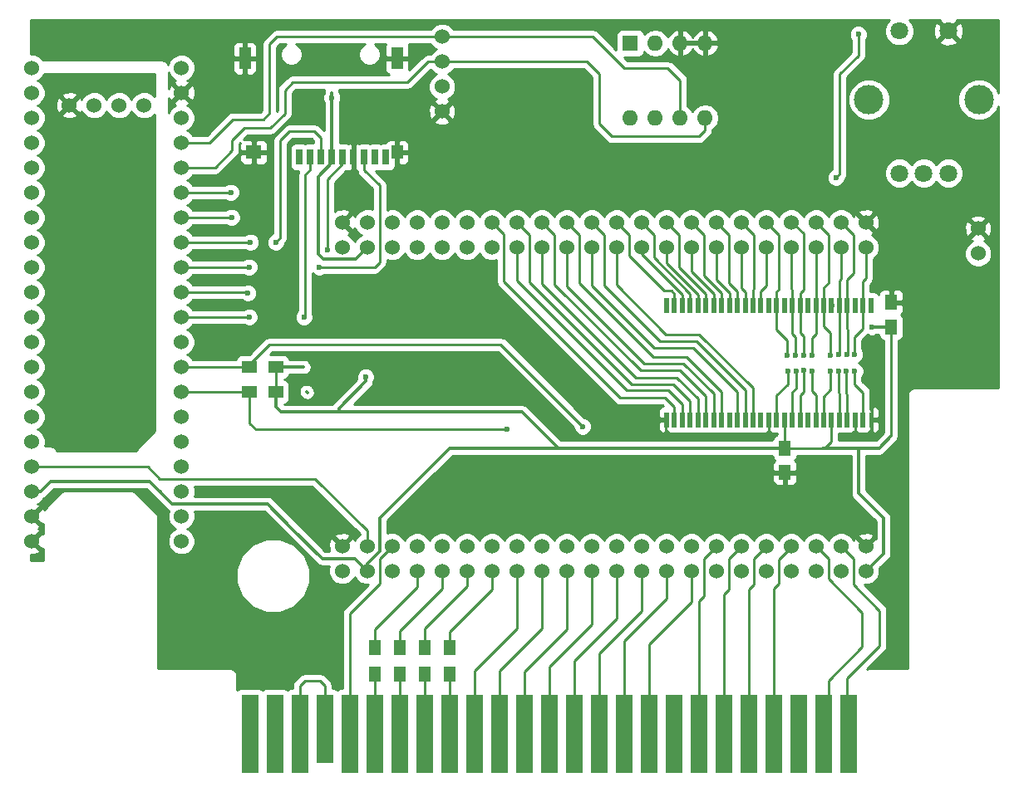
<source format=gtl>
G04 #@! TF.FileFunction,Copper,L1,Top,Signal*
%FSLAX46Y46*%
G04 Gerber Fmt 4.6, Leading zero omitted, Abs format (unit mm)*
G04 Created by KiCad (PCBNEW 4.0.4-stable) date 01/09/17 01:48:13*
%MOMM*%
%LPD*%
G01*
G04 APERTURE LIST*
%ADD10C,0.100000*%
%ADD11C,1.524000*%
%ADD12R,1.800000X8.000000*%
%ADD13R,1.800000X7.000000*%
%ADD14R,1.200000X2.200000*%
%ADD15R,1.600000X1.400000*%
%ADD16R,1.200000X1.400000*%
%ADD17R,0.700000X1.600000*%
%ADD18R,1.300000X1.500000*%
%ADD19C,1.800000*%
%ADD20C,3.000000*%
%ADD21R,0.485000X1.510000*%
%ADD22R,0.458000X1.510000*%
%ADD23R,1.250000X1.500000*%
%ADD24R,1.500000X1.300000*%
%ADD25R,1.600000X1.600000*%
%ADD26O,1.600000X1.600000*%
%ADD27C,0.600000*%
%ADD28C,0.300000*%
%ADD29C,0.250000*%
%ADD30C,0.254000*%
G04 APERTURE END LIST*
D10*
D11*
X136398000Y-37465000D03*
X136398000Y-40005000D03*
X136398000Y-42545000D03*
X136398000Y-45085000D03*
D12*
X177789840Y-108557440D03*
X175249840Y-108557440D03*
X172709840Y-108557440D03*
X170169840Y-108557440D03*
X167629840Y-108557440D03*
X165089840Y-108557440D03*
X162549840Y-108557440D03*
X160009840Y-108557440D03*
X157469840Y-108557440D03*
X154929840Y-108557440D03*
X152389840Y-108557440D03*
X149849840Y-108557440D03*
X147309840Y-108557440D03*
X144769840Y-108557440D03*
X142229840Y-108557440D03*
X139689840Y-108557440D03*
X137149840Y-108557440D03*
X134609840Y-108557440D03*
X132069840Y-108557440D03*
X129529840Y-108557440D03*
X126989840Y-108557440D03*
D13*
X124444760Y-108064680D03*
D12*
X121909840Y-108557440D03*
X119369840Y-108557440D03*
X116829840Y-108557440D03*
D11*
X126238000Y-91948000D03*
X126238000Y-89408000D03*
X128778000Y-91948000D03*
X128778000Y-89408000D03*
X131318000Y-91948000D03*
X131318000Y-89408000D03*
X133858000Y-91948000D03*
X133858000Y-89408000D03*
X136398000Y-91948000D03*
X136398000Y-89408000D03*
X138938000Y-91948000D03*
X138938000Y-89408000D03*
X141478000Y-91948000D03*
X141478000Y-89408000D03*
X144018000Y-91948000D03*
X144018000Y-89408000D03*
X146558000Y-91948000D03*
X146558000Y-89408000D03*
X149098000Y-91948000D03*
X149098000Y-89408000D03*
X151638000Y-91948000D03*
X151638000Y-89408000D03*
X154178000Y-91948000D03*
X154178000Y-89408000D03*
X156718000Y-91948000D03*
X156718000Y-89408000D03*
X159258000Y-91948000D03*
X159258000Y-89408000D03*
X161798000Y-91948000D03*
X161798000Y-89408000D03*
X164338000Y-91948000D03*
X164338000Y-89408000D03*
X166878000Y-91948000D03*
X166878000Y-89408000D03*
X169418000Y-91948000D03*
X169418000Y-89408000D03*
X171958000Y-91948000D03*
X171958000Y-89408000D03*
X174498000Y-91948000D03*
X174498000Y-89408000D03*
X177038000Y-91948000D03*
X177038000Y-89408000D03*
X179578000Y-91948000D03*
X179578000Y-89408000D03*
X179578000Y-56388000D03*
X179578000Y-58928000D03*
X177038000Y-56388000D03*
X177038000Y-58928000D03*
X174498000Y-56388000D03*
X174498000Y-58928000D03*
X171958000Y-56388000D03*
X171958000Y-58928000D03*
X169418000Y-56388000D03*
X169418000Y-58928000D03*
X166878000Y-56388000D03*
X166878000Y-58928000D03*
X164338000Y-56388000D03*
X164338000Y-58928000D03*
X161798000Y-56388000D03*
X161798000Y-58928000D03*
X159258000Y-56388000D03*
X159258000Y-58928000D03*
X156718000Y-56388000D03*
X156718000Y-58928000D03*
X154178000Y-56388000D03*
X154178000Y-58928000D03*
X151638000Y-56388000D03*
X151638000Y-58928000D03*
X149098000Y-56388000D03*
X149098000Y-58928000D03*
X146558000Y-56388000D03*
X146558000Y-58928000D03*
X144018000Y-56388000D03*
X144018000Y-58928000D03*
X141478000Y-56388000D03*
X141478000Y-58928000D03*
X138938000Y-56388000D03*
X138938000Y-58928000D03*
X136398000Y-56388000D03*
X136398000Y-58928000D03*
X133858000Y-56388000D03*
X133858000Y-58928000D03*
X131318000Y-56388000D03*
X131318000Y-58928000D03*
X128778000Y-56388000D03*
X128778000Y-58928000D03*
X126238000Y-56388000D03*
X126238000Y-58928000D03*
X191008000Y-57023000D03*
X191008000Y-59563000D03*
X109855000Y-88900000D03*
X109855000Y-86360000D03*
X109855000Y-83820000D03*
X109855000Y-81280000D03*
X109855000Y-78740000D03*
X109855000Y-76200000D03*
X109855000Y-73660000D03*
X109855000Y-71120000D03*
X109855000Y-68580000D03*
X109855000Y-66040000D03*
X109855000Y-63500000D03*
X109855000Y-60960000D03*
X109855000Y-58420000D03*
X109855000Y-55880000D03*
X109855000Y-53340000D03*
X109855000Y-50800000D03*
X109855000Y-48260000D03*
X109855000Y-45720000D03*
X109855000Y-43180000D03*
X109855000Y-40640000D03*
X94615000Y-40640000D03*
X94615000Y-43180000D03*
X94615000Y-45720000D03*
X94615000Y-48260000D03*
X94615000Y-50800000D03*
X94615000Y-53340000D03*
X94615000Y-55880000D03*
X94615000Y-58420000D03*
X94615000Y-60960000D03*
X94615000Y-63500000D03*
X94615000Y-66040000D03*
X94615000Y-68580000D03*
X94615000Y-71120000D03*
X94615000Y-73660000D03*
X94615000Y-76200000D03*
X94615000Y-78740000D03*
X94615000Y-81280000D03*
X94615000Y-83820000D03*
X94615000Y-86360000D03*
X94615000Y-88900000D03*
X98425000Y-44450000D03*
X100965000Y-44450000D03*
X103505000Y-44450000D03*
X106045000Y-44450000D03*
D14*
X116329000Y-39643000D03*
X131829000Y-39643000D03*
D15*
X117229000Y-49243000D03*
D16*
X131829000Y-49243000D03*
D17*
X130679000Y-49743000D03*
X128479000Y-49743000D03*
X129579000Y-49743000D03*
X127379000Y-49743000D03*
X126279000Y-49743000D03*
X125179000Y-49743000D03*
X121879000Y-49743000D03*
X122979000Y-49743000D03*
X124079000Y-49743000D03*
D18*
X137160000Y-102442000D03*
X137160000Y-99742000D03*
X134620000Y-102442000D03*
X134620000Y-99742000D03*
X132080000Y-102442000D03*
X132080000Y-99742000D03*
X129540000Y-102442000D03*
X129540000Y-99742000D03*
D19*
X182970800Y-36865800D03*
X182970800Y-51365800D03*
X185470800Y-51365800D03*
X187970800Y-51365800D03*
X187970800Y-36865800D03*
D20*
X191070800Y-43865800D03*
X179870800Y-43865800D03*
D21*
X180072460Y-64845580D03*
X179272460Y-64845580D03*
X178472460Y-64845580D03*
X177672460Y-64845580D03*
X176872460Y-64845580D03*
X176072460Y-64845580D03*
X175272460Y-64845580D03*
X174472460Y-64845580D03*
X173672460Y-64845580D03*
X172872460Y-64845580D03*
X172072460Y-64845580D03*
X171272460Y-64845580D03*
X170472460Y-64845580D03*
X169672460Y-64845580D03*
X168872460Y-64845580D03*
X168072460Y-64845580D03*
X167272460Y-64845580D03*
X166472460Y-64845580D03*
X165672460Y-64845580D03*
X164872460Y-64845580D03*
X164072460Y-64845580D03*
X163272460Y-64845580D03*
X162472460Y-64845580D03*
X161672460Y-64845580D03*
X160872460Y-64845580D03*
X160072460Y-64845580D03*
X159272460Y-64845580D03*
X159272460Y-76515580D03*
X160072460Y-76515580D03*
X160872460Y-76515580D03*
X161672460Y-76515580D03*
X162472460Y-76515580D03*
X163272460Y-76515580D03*
X164072460Y-76515580D03*
X164872460Y-76515580D03*
X165672460Y-76515580D03*
X166472460Y-76515580D03*
X167272460Y-76515580D03*
X168072460Y-76515580D03*
X168872460Y-76515580D03*
X169672460Y-76515580D03*
X170472460Y-76515580D03*
X171272460Y-76515580D03*
X172072460Y-76515580D03*
X172872460Y-76515580D03*
X173672460Y-76515580D03*
X174472460Y-76515580D03*
X175272460Y-76515580D03*
X176072460Y-76515580D03*
X176872460Y-76515580D03*
X177672460Y-76515580D03*
X178472460Y-76515580D03*
X179272460Y-76515580D03*
D22*
X180072460Y-76515580D03*
D23*
X182143400Y-67061400D03*
X182143400Y-64561400D03*
X171323000Y-79395000D03*
X171323000Y-81895000D03*
D24*
X119460000Y-71120000D03*
X116760000Y-71120000D03*
X119460000Y-73660000D03*
X116760000Y-73660000D03*
D25*
X155575000Y-38100000D03*
D26*
X163195000Y-45720000D03*
X158115000Y-38100000D03*
X160655000Y-45720000D03*
X160655000Y-38100000D03*
X158115000Y-45720000D03*
X163195000Y-38100000D03*
X155575000Y-45720000D03*
D27*
X122478800Y-97739200D03*
X121310400Y-99110800D03*
X131829000Y-39643000D03*
X131749800Y-43967400D03*
X170027600Y-78079600D03*
X173672500Y-76530200D03*
X177546000Y-78257400D03*
X176085500Y-64858900D03*
X171284900Y-64833500D03*
X159232600Y-76530200D03*
X178435000Y-69850000D03*
X177609500Y-69850000D03*
X176771300Y-69888100D03*
X175958500Y-69913500D03*
X174117000Y-69913500D03*
X173228000Y-69913500D03*
X172402500Y-69913500D03*
X171577000Y-69913500D03*
X171640500Y-71589900D03*
X172453300Y-71564500D03*
X173266100Y-71501000D03*
X174066200Y-71539100D03*
X175971200Y-71526400D03*
X176784000Y-71526400D03*
X177596800Y-71539100D03*
X178447700Y-71564500D03*
X123901200Y-60960000D03*
X124714000Y-59207400D03*
X122326400Y-66040000D03*
X119460000Y-58420000D03*
X114960400Y-55880000D03*
X114871500Y-53314600D03*
X116760000Y-66040000D03*
X116624100Y-63588900D03*
X116738400Y-60934600D03*
X116878100Y-58420000D03*
X125171200Y-43662600D03*
X180162200Y-67030600D03*
X128625600Y-72136000D03*
X159258000Y-64909700D03*
X180073300Y-64846200D03*
X178485800Y-64871600D03*
X173672500Y-64871600D03*
X169684700Y-64935100D03*
X178790600Y-37211000D03*
X176530000Y-51816000D03*
X143052800Y-77520800D03*
X116760000Y-73660000D03*
X150723600Y-77190600D03*
X116760000Y-71120000D03*
D28*
X122605800Y-73660000D02*
X122682000Y-73736200D01*
D29*
X136398000Y-45085000D02*
X136575800Y-45085000D01*
X136575800Y-45085000D02*
X138125200Y-46634400D01*
X138125200Y-46634400D02*
X138125200Y-49276000D01*
X131829000Y-49243000D02*
X131829000Y-44046600D01*
X131829000Y-44046600D02*
X131749800Y-43967400D01*
X173672460Y-76530160D02*
X173672500Y-76530200D01*
X176085500Y-64858900D02*
X176072460Y-64845860D01*
X176072460Y-64845860D02*
X176072460Y-64845580D01*
X171284900Y-64833500D02*
X171272820Y-64845580D01*
X171272820Y-64845580D02*
X171272460Y-64845580D01*
X180072460Y-76515580D02*
X180072460Y-77926360D01*
X180072460Y-77926360D02*
X180086000Y-77939900D01*
X178472460Y-76515580D02*
X178472460Y-77913860D01*
X178472460Y-77913860D02*
X178498500Y-77939900D01*
X173672460Y-76530160D02*
X173672460Y-76515580D01*
X169672460Y-76515580D02*
X169672460Y-77990240D01*
X169672460Y-77990240D02*
X169621200Y-78041500D01*
X159232600Y-76530200D02*
X159247220Y-76515580D01*
X159247220Y-76515580D02*
X159272460Y-76515580D01*
X179272460Y-64845580D02*
X179272460Y-67234540D01*
X178435000Y-68072000D02*
X178435000Y-69850000D01*
X179272460Y-67234540D02*
X178435000Y-68072000D01*
X179578000Y-58928000D02*
X179578000Y-62103000D01*
X179272460Y-62408540D02*
X179272460Y-64845580D01*
X179578000Y-62103000D02*
X179272460Y-62408540D01*
X177672460Y-64845580D02*
X177735960Y-69723540D01*
X177735960Y-69723540D02*
X177609500Y-69850000D01*
X177038000Y-56388000D02*
X178308000Y-57658000D01*
X177672460Y-62230540D02*
X177672460Y-64845580D01*
X178308000Y-61595000D02*
X177672460Y-62230540D01*
X178308000Y-57658000D02*
X178308000Y-61595000D01*
X176872460Y-64845580D02*
X176872460Y-69786940D01*
X176872460Y-69786940D02*
X176771300Y-69888100D01*
X176771300Y-69888100D02*
X176768760Y-69890640D01*
X177038000Y-58928000D02*
X177038000Y-62189360D01*
X176872460Y-62354900D02*
X176872460Y-64845580D01*
X177038000Y-62189360D02*
X176872460Y-62354900D01*
X175272460Y-64845580D02*
X175272460Y-67004960D01*
X175958500Y-67691000D02*
X175958500Y-69913500D01*
X175272460Y-67004960D02*
X175958500Y-67691000D01*
X174498000Y-56388000D02*
X175768000Y-57658000D01*
X175272460Y-63043040D02*
X175272460Y-64845580D01*
X175768000Y-62547500D02*
X175272460Y-63043040D01*
X175768000Y-57658000D02*
X175768000Y-62547500D01*
X174472460Y-64845580D02*
X174472460Y-67780040D01*
X174117000Y-68135500D02*
X174117000Y-69913500D01*
X174472460Y-67780040D02*
X174117000Y-68135500D01*
X174498000Y-58928000D02*
X174498000Y-64820040D01*
X174498000Y-64820040D02*
X174472460Y-64845580D01*
X172872460Y-64845580D02*
X172872460Y-67652960D01*
X173228000Y-68008500D02*
X173228000Y-69913500D01*
X172872460Y-67652960D02*
X173228000Y-68008500D01*
X171958000Y-56388000D02*
X172085000Y-56388000D01*
X172085000Y-56388000D02*
X173228000Y-57531000D01*
X173228000Y-57531000D02*
X173228000Y-63246000D01*
X173228000Y-63246000D02*
X172872460Y-63601540D01*
X172872460Y-63601540D02*
X172872460Y-64845580D01*
X172072460Y-64845580D02*
X172072460Y-67741960D01*
X172402500Y-68072000D02*
X172402500Y-69913500D01*
X172072460Y-67741960D02*
X172402500Y-68072000D01*
X171958000Y-58928000D02*
X171958000Y-63182500D01*
X172072460Y-63296960D02*
X172072460Y-64845580D01*
X171958000Y-63182500D02*
X172072460Y-63296960D01*
X170472460Y-64845580D02*
X170472460Y-67284960D01*
X171577000Y-68389500D02*
X171577000Y-69913500D01*
X170472460Y-67284960D02*
X171577000Y-68389500D01*
X169418000Y-56388000D02*
X170688000Y-57658000D01*
X170472460Y-63461540D02*
X170472460Y-64845580D01*
X170688000Y-63246000D02*
X170472460Y-63461540D01*
X170688000Y-57658000D02*
X170688000Y-63246000D01*
X169418000Y-58928000D02*
X169418000Y-62865000D01*
X168872460Y-63410540D02*
X168872460Y-64845580D01*
X169418000Y-62865000D02*
X168872460Y-63410540D01*
X166878000Y-56388000D02*
X168148000Y-57658000D01*
X168072460Y-63258040D02*
X168072460Y-64845580D01*
X168148000Y-63182500D02*
X168072460Y-63258040D01*
X168148000Y-57658000D02*
X168148000Y-63182500D01*
X166878000Y-58928000D02*
X166878000Y-63119000D01*
X167272460Y-63513460D02*
X167272460Y-64845580D01*
X166878000Y-63119000D02*
X167272460Y-63513460D01*
X164338000Y-56388000D02*
X165608000Y-57658000D01*
X166472460Y-63411960D02*
X166472460Y-64845580D01*
X165608000Y-62547500D02*
X166472460Y-63411960D01*
X165608000Y-57658000D02*
X165608000Y-62547500D01*
X164338000Y-58928000D02*
X164338000Y-62230000D01*
X165672460Y-63564460D02*
X165672460Y-64845580D01*
X164338000Y-62230000D02*
X165672460Y-63564460D01*
X161798000Y-56388000D02*
X163068000Y-57658000D01*
X164872460Y-63628060D02*
X164872460Y-64845580D01*
X163068000Y-61823600D02*
X164872460Y-63628060D01*
X163068000Y-57658000D02*
X163068000Y-61823600D01*
X161798000Y-58928000D02*
X161798000Y-61391800D01*
X164072460Y-63666260D02*
X164072460Y-64845580D01*
X161798000Y-61391800D02*
X164072460Y-63666260D01*
X159258000Y-91948000D02*
X159258000Y-94742000D01*
X154929840Y-99070160D02*
X154929840Y-108557440D01*
X159258000Y-94742000D02*
X154929840Y-99070160D01*
X149098000Y-91948000D02*
X149098000Y-97917000D01*
X144769840Y-102245160D02*
X144769840Y-108557440D01*
X149098000Y-97917000D02*
X144769840Y-102245160D01*
X146558000Y-91948000D02*
X146558000Y-97790000D01*
X142229840Y-102118160D02*
X142229840Y-108557440D01*
X146558000Y-97790000D02*
X142229840Y-102118160D01*
X144018000Y-91948000D02*
X144018000Y-97790000D01*
X139689840Y-102118160D02*
X139689840Y-108557440D01*
X144018000Y-97790000D02*
X139689840Y-102118160D01*
X156718000Y-91948000D02*
X156718000Y-96012000D01*
X152389840Y-100340160D02*
X152389840Y-108557440D01*
X156718000Y-96012000D02*
X152389840Y-100340160D01*
X154178000Y-91948000D02*
X154178000Y-96774000D01*
X149849840Y-101102160D02*
X149849840Y-108557440D01*
X154178000Y-96774000D02*
X149849840Y-101102160D01*
X166472460Y-76515580D02*
X166472460Y-73711660D01*
X151638000Y-62865000D02*
X151638000Y-58928000D01*
X157962600Y-69189600D02*
X151638000Y-62865000D01*
X161950400Y-69189600D02*
X157962600Y-69189600D01*
X166472460Y-73711660D02*
X161950400Y-69189600D01*
X167272460Y-76515580D02*
X167272460Y-73495660D01*
X152908000Y-57658000D02*
X151638000Y-56388000D01*
X152908000Y-62839600D02*
X152908000Y-57658000D01*
X158597600Y-68529200D02*
X152908000Y-62839600D01*
X162306000Y-68529200D02*
X158597600Y-68529200D01*
X167272460Y-73495660D02*
X162306000Y-68529200D01*
X168072460Y-76515580D02*
X168072460Y-73279660D01*
X154178000Y-62788800D02*
X154178000Y-58928000D01*
X159207200Y-67818000D02*
X154178000Y-62788800D01*
X162610800Y-67818000D02*
X159207200Y-67818000D01*
X168072460Y-73279660D02*
X162610800Y-67818000D01*
X170472460Y-76515580D02*
X170472460Y-74053340D01*
X171640500Y-72885300D02*
X171640500Y-71589900D01*
X170472460Y-74053340D02*
X171640500Y-72885300D01*
X172072460Y-76515580D02*
X172072460Y-73710640D01*
X172453300Y-73329800D02*
X172453300Y-71564500D01*
X172072460Y-73710640D02*
X172453300Y-73329800D01*
X172872460Y-76515580D02*
X172872460Y-74053640D01*
X173266100Y-73660000D02*
X173266100Y-71501000D01*
X172872460Y-74053640D02*
X173266100Y-73660000D01*
X174472460Y-76515580D02*
X174472460Y-74015460D01*
X174066200Y-73609200D02*
X174066200Y-71539100D01*
X174472460Y-74015460D02*
X174066200Y-73609200D01*
X175272460Y-76515580D02*
X175272460Y-74142840D01*
X175971200Y-73444100D02*
X175971200Y-71526400D01*
X175272460Y-74142840D02*
X175971200Y-73444100D01*
X176872460Y-76515580D02*
X176872460Y-73876340D01*
X176784000Y-73787880D02*
X176784000Y-71526400D01*
X176872460Y-73876340D02*
X176784000Y-73787880D01*
X177672460Y-76515580D02*
X177672460Y-73926160D01*
X177596800Y-73850500D02*
X177596800Y-71539100D01*
X177672460Y-73926160D02*
X177596800Y-73850500D01*
X179272460Y-76515580D02*
X179272460Y-73722760D01*
X178447700Y-72898000D02*
X178447700Y-71564500D01*
X179272460Y-73722760D02*
X178447700Y-72898000D01*
X128479000Y-49743000D02*
X128479000Y-51085200D01*
X130022600Y-52628800D02*
X128479000Y-51085200D01*
X130022600Y-60477400D02*
X130022600Y-52628800D01*
X129565400Y-60934600D02*
X130022600Y-60477400D01*
X123926600Y-60934600D02*
X129565400Y-60934600D01*
X123901200Y-60960000D02*
X123926600Y-60934600D01*
X126279000Y-49743000D02*
X126279000Y-50428800D01*
X126279000Y-50428800D02*
X124714000Y-51993800D01*
X124714000Y-51993800D02*
X124714000Y-59207400D01*
X122979000Y-51011000D02*
X122979000Y-49743000D01*
X122428000Y-51562000D02*
X122979000Y-51011000D01*
X122428000Y-65938400D02*
X122428000Y-51562000D01*
X122326400Y-66040000D02*
X122428000Y-65938400D01*
X124079000Y-49743000D02*
X124079000Y-47802800D01*
X123393200Y-47117000D02*
X124079000Y-47802800D01*
X120853200Y-47117000D02*
X123393200Y-47117000D01*
X119913400Y-48056800D02*
X120853200Y-47117000D01*
X119913400Y-57966600D02*
X119913400Y-48056800D01*
X119913400Y-57966600D02*
X119460000Y-58420000D01*
X177038000Y-89408000D02*
X178308000Y-90678000D01*
X177673000Y-102870000D02*
X177673000Y-108440600D01*
X180975000Y-99568000D02*
X177673000Y-102870000D01*
X180975000Y-96012000D02*
X180975000Y-99568000D01*
X178308000Y-93345000D02*
X180975000Y-96012000D01*
X178308000Y-90678000D02*
X178308000Y-93345000D01*
X177673000Y-108440600D02*
X177789840Y-108557440D01*
X174498000Y-89408000D02*
X175768000Y-90678000D01*
X179197000Y-96520000D02*
X179197000Y-99695000D01*
X179197000Y-99695000D02*
X175768000Y-103124000D01*
X175768000Y-103124000D02*
X175768000Y-108039280D01*
X179197000Y-96164400D02*
X179197000Y-96520000D01*
X175768000Y-92735400D02*
X179197000Y-96164400D01*
X175768000Y-90678000D02*
X175768000Y-92735400D01*
X175768000Y-108039280D02*
X175249840Y-108557440D01*
X171958000Y-89408000D02*
X171958000Y-89535000D01*
X171958000Y-89535000D02*
X170688000Y-90805000D01*
X170688000Y-90805000D02*
X170688000Y-93218000D01*
X170688000Y-93218000D02*
X170169840Y-93736160D01*
X170169840Y-93736160D02*
X170169840Y-108557440D01*
X169418000Y-89408000D02*
X168148000Y-90678000D01*
X167629840Y-93863160D02*
X167629840Y-108557440D01*
X168148000Y-93345000D02*
X167629840Y-93863160D01*
X168148000Y-90678000D02*
X168148000Y-93345000D01*
X166878000Y-89408000D02*
X165608000Y-90678000D01*
X165089840Y-94371160D02*
X165089840Y-108557440D01*
X165608000Y-93853000D02*
X165089840Y-94371160D01*
X165608000Y-90678000D02*
X165608000Y-93853000D01*
X164338000Y-89408000D02*
X163068000Y-90678000D01*
X162549840Y-95006160D02*
X162549840Y-108557440D01*
X163068000Y-94488000D02*
X162549840Y-95006160D01*
X163068000Y-90678000D02*
X163068000Y-94488000D01*
X161798000Y-91948000D02*
X161798000Y-95123000D01*
X157469840Y-99451160D02*
X157469840Y-108557440D01*
X161798000Y-95123000D02*
X157469840Y-99451160D01*
X151638000Y-91948000D02*
X151638000Y-97409000D01*
X147309840Y-101737160D02*
X147309840Y-108557440D01*
X151638000Y-97409000D02*
X147309840Y-101737160D01*
X137160000Y-102442000D02*
X137160000Y-108547280D01*
X137160000Y-108547280D02*
X137149840Y-108557440D01*
X134620000Y-102442000D02*
X134620000Y-108547280D01*
X134620000Y-108547280D02*
X134609840Y-108557440D01*
X132080000Y-102442000D02*
X132080000Y-108547280D01*
X132080000Y-108547280D02*
X132069840Y-108557440D01*
X129413000Y-102442000D02*
X129540000Y-102489000D01*
X129540000Y-102489000D02*
X129529840Y-108557440D01*
X131318000Y-89408000D02*
X130048000Y-90678000D01*
X126989840Y-96276160D02*
X126989840Y-108557440D01*
X130048000Y-93218000D02*
X126989840Y-96276160D01*
X130048000Y-90678000D02*
X130048000Y-93218000D01*
X121909840Y-108557440D02*
X121909840Y-103642160D01*
X124444760Y-103616760D02*
X124444760Y-108064680D01*
X123952000Y-103124000D02*
X124444760Y-103616760D01*
X122428000Y-103124000D02*
X123952000Y-103124000D01*
X121909840Y-103642160D02*
X122428000Y-103124000D01*
X109855000Y-55880000D02*
X114960400Y-55880000D01*
X136398000Y-58788300D02*
X136398000Y-58928000D01*
X136398000Y-58928000D02*
X136398000Y-58559700D01*
X114846100Y-53340000D02*
X109855000Y-53340000D01*
X114871500Y-53314600D02*
X114846100Y-53340000D01*
X116760000Y-66040000D02*
X116636800Y-66040000D01*
X116636800Y-66040000D02*
X116763800Y-66040000D01*
X116763800Y-66040000D02*
X116763800Y-65913000D01*
X109855000Y-66040000D02*
X116636800Y-66040000D01*
X116636800Y-66040000D02*
X116763800Y-65913000D01*
X116763800Y-65913000D02*
X116789200Y-65887600D01*
X109855000Y-63500000D02*
X116535200Y-63500000D01*
X116535200Y-63500000D02*
X116624100Y-63588900D01*
X116535200Y-63500000D02*
X116624100Y-63588900D01*
X109855000Y-60960000D02*
X116713000Y-60960000D01*
X116713000Y-60960000D02*
X116738400Y-60934600D01*
X109855000Y-58420000D02*
X116878100Y-58420000D01*
X116878100Y-58420000D02*
X116903500Y-58394600D01*
X133858000Y-91948000D02*
X133858000Y-93599000D01*
X129540000Y-97917000D02*
X129540000Y-99742000D01*
X133858000Y-93599000D02*
X129540000Y-97917000D01*
X136398000Y-91948000D02*
X136398000Y-93726000D01*
X132080000Y-98044000D02*
X132080000Y-99742000D01*
X136398000Y-93726000D02*
X132080000Y-98044000D01*
X138938000Y-91948000D02*
X138938000Y-93472000D01*
X134620000Y-97790000D02*
X134620000Y-99742000D01*
X138938000Y-93472000D02*
X134620000Y-97790000D01*
X141478000Y-91948000D02*
X141478000Y-93853000D01*
X137160000Y-98171000D02*
X137160000Y-99742000D01*
X141478000Y-93853000D02*
X137160000Y-98171000D01*
X136398000Y-37465000D02*
X151765000Y-37465000D01*
X160655000Y-41910000D02*
X160655000Y-45720000D01*
X159385000Y-40640000D02*
X160655000Y-41910000D01*
X154940000Y-40640000D02*
X159385000Y-40640000D01*
X151765000Y-37465000D02*
X154940000Y-40640000D01*
X109855000Y-48260000D02*
X112725200Y-48260000D01*
X119557800Y-37465000D02*
X136398000Y-37465000D01*
X118795800Y-38227000D02*
X119557800Y-37465000D01*
X118795800Y-45262800D02*
X118795800Y-38227000D01*
X118186200Y-45872400D02*
X118795800Y-45262800D01*
X115112800Y-45872400D02*
X118186200Y-45872400D01*
X112725200Y-48260000D02*
X115112800Y-45872400D01*
X136398000Y-40005000D02*
X151130000Y-40005000D01*
X163195000Y-46990000D02*
X163195000Y-45720000D01*
X162560000Y-47625000D02*
X163195000Y-46990000D01*
X153670000Y-47625000D02*
X162560000Y-47625000D01*
X152400000Y-46355000D02*
X153670000Y-47625000D01*
X152400000Y-41275000D02*
X152400000Y-46355000D01*
X151130000Y-40005000D02*
X152400000Y-41275000D01*
X109855000Y-50800000D02*
X113258600Y-50800000D01*
X134975600Y-40005000D02*
X136398000Y-40005000D01*
X132892800Y-42087800D02*
X134975600Y-40005000D01*
X121183400Y-42087800D02*
X132892800Y-42087800D01*
X120370600Y-42900600D02*
X121183400Y-42087800D01*
X120370600Y-45313600D02*
X120370600Y-42900600D01*
X118922800Y-46761400D02*
X120370600Y-45313600D01*
X116281200Y-46761400D02*
X118922800Y-46761400D01*
X115011200Y-48031400D02*
X116281200Y-46761400D01*
X115011200Y-49047400D02*
X115011200Y-48031400D01*
X113258600Y-50800000D02*
X115011200Y-49047400D01*
X159258000Y-56388000D02*
X160528000Y-57658000D01*
X163272460Y-63679060D02*
X163272460Y-64845580D01*
X160528000Y-60934600D02*
X163272460Y-63679060D01*
X160528000Y-57658000D02*
X160528000Y-60934600D01*
X159258000Y-58928000D02*
X159258000Y-60528200D01*
X162472460Y-63742660D02*
X162472460Y-64845580D01*
X159258000Y-60528200D02*
X162472460Y-63742660D01*
X156718000Y-56388000D02*
X157988000Y-57658000D01*
X161672460Y-63679260D02*
X161672460Y-64845580D01*
X157988000Y-59994800D02*
X161672460Y-63679260D01*
X157988000Y-57658000D02*
X157988000Y-59994800D01*
X156718000Y-58928000D02*
X156718000Y-59588400D01*
X156718000Y-59588400D02*
X160872460Y-63742860D01*
X160872460Y-63742860D02*
X160872460Y-64845580D01*
X154178000Y-56388000D02*
X155448000Y-57658000D01*
X160072460Y-63654060D02*
X160072460Y-64845580D01*
X159766000Y-63347600D02*
X160072460Y-63654060D01*
X159004000Y-63347600D02*
X159766000Y-63347600D01*
X155448000Y-59791600D02*
X159004000Y-63347600D01*
X155448000Y-57658000D02*
X155448000Y-59791600D01*
X160072460Y-76515580D02*
X160072460Y-75236460D01*
X142697200Y-57607200D02*
X141478000Y-56388000D01*
X142697200Y-62433200D02*
X142697200Y-57607200D01*
X154559000Y-74295000D02*
X142697200Y-62433200D01*
X159131000Y-74295000D02*
X154559000Y-74295000D01*
X160072460Y-75236460D02*
X159131000Y-74295000D01*
X160872460Y-76515580D02*
X160872460Y-74918860D01*
X144018000Y-62331600D02*
X144018000Y-58928000D01*
X155194000Y-73507600D02*
X144018000Y-62331600D01*
X159461200Y-73507600D02*
X155194000Y-73507600D01*
X160872460Y-74918860D02*
X159461200Y-73507600D01*
X144018000Y-58928000D02*
X144018000Y-59118500D01*
X161672460Y-76515580D02*
X161672460Y-74601260D01*
X145288000Y-57658000D02*
X144018000Y-56388000D01*
X145288000Y-62458600D02*
X145288000Y-57658000D01*
X155727400Y-72898000D02*
X145288000Y-62458600D01*
X159969200Y-72898000D02*
X155727400Y-72898000D01*
X161672460Y-74601260D02*
X159969200Y-72898000D01*
X162472460Y-76515580D02*
X162472460Y-74385260D01*
X146558000Y-62661800D02*
X146558000Y-58928000D01*
X156108400Y-72212200D02*
X146558000Y-62661800D01*
X160299400Y-72212200D02*
X156108400Y-72212200D01*
X162472460Y-74385260D02*
X160299400Y-72212200D01*
X146558000Y-58928000D02*
X146558000Y-59499500D01*
X163272460Y-76515580D02*
X163272460Y-74118460D01*
X147853400Y-57683400D02*
X146558000Y-56388000D01*
X147853400Y-62712600D02*
X147853400Y-57683400D01*
X156641800Y-71501000D02*
X147853400Y-62712600D01*
X160655000Y-71501000D02*
X156641800Y-71501000D01*
X163272460Y-74118460D02*
X160655000Y-71501000D01*
X164072460Y-76515580D02*
X164072460Y-73877060D01*
X149098000Y-62890400D02*
X149098000Y-58928000D01*
X156997400Y-70789800D02*
X149098000Y-62890400D01*
X160985200Y-70789800D02*
X156997400Y-70789800D01*
X164072460Y-73877060D02*
X160985200Y-70789800D01*
X164872460Y-76515580D02*
X164872460Y-73661060D01*
X150393400Y-57683400D02*
X149098000Y-56388000D01*
X150393400Y-62611000D02*
X150393400Y-57683400D01*
X157886400Y-70104000D02*
X150393400Y-62611000D01*
X161315400Y-70104000D02*
X157886400Y-70104000D01*
X164872460Y-73661060D02*
X161315400Y-70104000D01*
D28*
X107632500Y-83832700D02*
X108889800Y-85090000D01*
X121107200Y-87604600D02*
X124180600Y-90678000D01*
X124180600Y-90678000D02*
X127508000Y-90678000D01*
X127508000Y-90678000D02*
X128778000Y-91948000D01*
X118592600Y-85090000D02*
X121107200Y-87604600D01*
X108889800Y-85090000D02*
X118592600Y-85090000D01*
X94615000Y-83820000D02*
X95554800Y-83820000D01*
X106603800Y-82804000D02*
X107632500Y-83832700D01*
X107632500Y-83832700D02*
X107670600Y-83870800D01*
X96570800Y-82804000D02*
X106603800Y-82804000D01*
X95554800Y-83820000D02*
X96570800Y-82804000D01*
X125171200Y-43662600D02*
X125171200Y-43180000D01*
X125171200Y-43180000D02*
X125145800Y-43154600D01*
X125179000Y-43670400D02*
X125179000Y-49743000D01*
X125171200Y-43662600D02*
X125179000Y-43670400D01*
X180193000Y-67061400D02*
X182143400Y-67061400D01*
X180162200Y-67030600D02*
X180193000Y-67061400D01*
X178816000Y-79395000D02*
X178816000Y-83997800D01*
X181381400Y-90144600D02*
X179578000Y-91948000D01*
X181381400Y-86563200D02*
X181381400Y-90144600D01*
X178816000Y-83997800D02*
X181381400Y-86563200D01*
X180701000Y-67061400D02*
X182143400Y-67061400D01*
D29*
X182118000Y-78181200D02*
X182118000Y-67284600D01*
D28*
X175183800Y-79395000D02*
X178816000Y-79395000D01*
X178816000Y-79395000D02*
X180904200Y-79395000D01*
X180904200Y-79395000D02*
X182118000Y-78181200D01*
X125179000Y-49743000D02*
X125179000Y-50335000D01*
X125179000Y-50335000D02*
X123774200Y-51739800D01*
X127584200Y-60121800D02*
X128778000Y-58928000D01*
X124282200Y-60121800D02*
X127584200Y-60121800D01*
X123774200Y-59613800D02*
X124282200Y-60121800D01*
X123774200Y-51739800D02*
X123774200Y-59613800D01*
X125882400Y-75717400D02*
X125882400Y-75336400D01*
X125882400Y-75336400D02*
X128625600Y-72593200D01*
X128625600Y-72593200D02*
X128625600Y-72136000D01*
X119460000Y-71120000D02*
X122275600Y-71120000D01*
X119460000Y-73660000D02*
X119460000Y-75162400D01*
X144551400Y-75717400D02*
X148229000Y-79395000D01*
X120015000Y-75717400D02*
X125882400Y-75717400D01*
X125882400Y-75717400D02*
X144551400Y-75717400D01*
X119460000Y-75162400D02*
X120015000Y-75717400D01*
X128778000Y-91948000D02*
X128778000Y-91160600D01*
X128778000Y-91160600D02*
X130048000Y-89890600D01*
X130048000Y-89890600D02*
X130048000Y-86512400D01*
X130048000Y-86512400D02*
X137165400Y-79395000D01*
X137165400Y-79395000D02*
X148229000Y-79395000D01*
X148229000Y-79395000D02*
X171323000Y-79395000D01*
D29*
X159258000Y-64909700D02*
X159272460Y-64895240D01*
X119460000Y-73660000D02*
X119460000Y-71120000D01*
X180073300Y-64846200D02*
X180072680Y-64845580D01*
X180072680Y-64845580D02*
X180072460Y-64845580D01*
X178485800Y-64871600D02*
X178472460Y-64858260D01*
X178472460Y-64858260D02*
X178472460Y-64845580D01*
X173672500Y-64871600D02*
X173672460Y-64871560D01*
X173672460Y-64871560D02*
X173672460Y-64845580D01*
X169684700Y-64935100D02*
X169672460Y-64922860D01*
X169672460Y-64922860D02*
X169672460Y-64845580D01*
X159272460Y-64895240D02*
X159272460Y-64845580D01*
X171323000Y-79395000D02*
X175183800Y-79395000D01*
X175183800Y-79395000D02*
X175392400Y-79395000D01*
X175392400Y-79395000D02*
X176072460Y-78714940D01*
X176072460Y-78714940D02*
X176072460Y-76515580D01*
X171323000Y-79395000D02*
X171323000Y-76566120D01*
X171323000Y-76566120D02*
X171272460Y-76515580D01*
D28*
X122275600Y-71120000D02*
X122301000Y-71145400D01*
D29*
X178790600Y-39395400D02*
X178790600Y-37211000D01*
X178790600Y-37211000D02*
X178790600Y-37160200D01*
X176911000Y-41275000D02*
X178790600Y-39395400D01*
X176911000Y-51435000D02*
X176911000Y-41275000D01*
X176530000Y-51816000D02*
X176911000Y-51435000D01*
X116760000Y-74850000D02*
X116760000Y-76856600D01*
X116760000Y-73660000D02*
X116760000Y-74850000D01*
X117424200Y-77520800D02*
X143052800Y-77520800D01*
X116760000Y-76856600D02*
X117424200Y-77520800D01*
X109855000Y-73660000D02*
X116760000Y-73660000D01*
X118795800Y-68834000D02*
X142367000Y-68834000D01*
X142367000Y-68834000D02*
X150723600Y-77190600D01*
X116760000Y-70869800D02*
X118795800Y-68834000D01*
X116760000Y-71120000D02*
X116760000Y-70869800D01*
X109855000Y-71120000D02*
X116760000Y-71120000D01*
X123444000Y-82524600D02*
X107645200Y-82524600D01*
X123444000Y-82524600D02*
X128752600Y-87833200D01*
X128752600Y-89382600D02*
X128752600Y-87833200D01*
X106400600Y-81280000D02*
X94615000Y-81280000D01*
X107645200Y-82524600D02*
X106400600Y-81280000D01*
X128752600Y-89382600D02*
X128778000Y-89408000D01*
D30*
G36*
X107077419Y-84387776D02*
X107077421Y-84387779D01*
X108334721Y-85645079D01*
X108573079Y-85804344D01*
X108458243Y-86080900D01*
X108457758Y-86636661D01*
X108669990Y-87150303D01*
X109062630Y-87543629D01*
X109270512Y-87629949D01*
X109064697Y-87714990D01*
X108671371Y-88107630D01*
X108458243Y-88620900D01*
X108457758Y-89176661D01*
X108669990Y-89690303D01*
X109062630Y-90083629D01*
X109575900Y-90296757D01*
X110131661Y-90297242D01*
X110645303Y-90085010D01*
X111038629Y-89692370D01*
X111251757Y-89179100D01*
X111252242Y-88623339D01*
X111040010Y-88109697D01*
X110647370Y-87716371D01*
X110439488Y-87630051D01*
X110645303Y-87545010D01*
X111038629Y-87152370D01*
X111251757Y-86639100D01*
X111252242Y-86083339D01*
X111166158Y-85875000D01*
X118267442Y-85875000D01*
X123625521Y-91233079D01*
X123880193Y-91403245D01*
X124180600Y-91463000D01*
X124926740Y-91463000D01*
X124841243Y-91668900D01*
X124840758Y-92224661D01*
X125052990Y-92738303D01*
X125445630Y-93131629D01*
X125958900Y-93344757D01*
X126514661Y-93345242D01*
X127028303Y-93133010D01*
X127421629Y-92740370D01*
X127507949Y-92532488D01*
X127592990Y-92738303D01*
X127985630Y-93131629D01*
X128498900Y-93344757D01*
X128846138Y-93345060D01*
X126452439Y-95738759D01*
X126287692Y-95985321D01*
X126229840Y-96276160D01*
X126229840Y-103910000D01*
X126089840Y-103910000D01*
X125854523Y-103954278D01*
X125711190Y-104046511D01*
X125596650Y-103968249D01*
X125344760Y-103917240D01*
X125204760Y-103917240D01*
X125204760Y-103616760D01*
X125146908Y-103325921D01*
X124982161Y-103079359D01*
X124489401Y-102586599D01*
X124242839Y-102421852D01*
X123952000Y-102364000D01*
X122428000Y-102364000D01*
X122137161Y-102421852D01*
X121890599Y-102586599D01*
X121372439Y-103104759D01*
X121207692Y-103351321D01*
X121149840Y-103642160D01*
X121149840Y-103910000D01*
X121009840Y-103910000D01*
X120774523Y-103954278D01*
X120639263Y-104041316D01*
X120521730Y-103961009D01*
X120269840Y-103910000D01*
X118469840Y-103910000D01*
X118234523Y-103954278D01*
X118099263Y-104041316D01*
X117981730Y-103961009D01*
X117729840Y-103910000D01*
X115929840Y-103910000D01*
X115694523Y-103954278D01*
X115518000Y-104067867D01*
X115518000Y-102616000D01*
X115463954Y-102344295D01*
X115310046Y-102113954D01*
X115079705Y-101960046D01*
X114808000Y-101906000D01*
X107491000Y-101906000D01*
X107491000Y-93173516D01*
X115396606Y-93173516D01*
X115970408Y-94562224D01*
X117031968Y-95625638D01*
X118419672Y-96201863D01*
X119922256Y-96203174D01*
X121310964Y-95629372D01*
X122374378Y-94567812D01*
X122950603Y-93180108D01*
X122951914Y-91677524D01*
X122378112Y-90288816D01*
X121316552Y-89225402D01*
X119928848Y-88649177D01*
X118426264Y-88647866D01*
X117037556Y-89221668D01*
X115974142Y-90283228D01*
X115397917Y-91670932D01*
X115396606Y-93173516D01*
X107491000Y-93173516D01*
X107491000Y-86591616D01*
X107491600Y-86588600D01*
X107491600Y-86563200D01*
X107437554Y-86291495D01*
X107283646Y-86061154D01*
X107281839Y-86059947D01*
X105150116Y-83927625D01*
X105150075Y-83927598D01*
X105150046Y-83927554D01*
X105033132Y-83849435D01*
X104919797Y-83773684D01*
X104919747Y-83773674D01*
X104919705Y-83773646D01*
X104784606Y-83746773D01*
X104648100Y-83719600D01*
X104648050Y-83719610D01*
X104648000Y-83719600D01*
X98069400Y-83719600D01*
X98066651Y-83720147D01*
X98063897Y-83719621D01*
X97930902Y-83747149D01*
X97797695Y-83773646D01*
X97795363Y-83775204D01*
X97792619Y-83775772D01*
X97680333Y-83852064D01*
X97567354Y-83927554D01*
X97565796Y-83929886D01*
X97563478Y-83931461D01*
X95937878Y-85582461D01*
X95864463Y-85694200D01*
X95837397Y-85628857D01*
X95595213Y-85559392D01*
X94794605Y-86360000D01*
X95595213Y-87160608D01*
X95733800Y-87120857D01*
X95733800Y-88139143D01*
X95595213Y-88099392D01*
X94794605Y-88900000D01*
X95595213Y-89700608D01*
X95733800Y-89660857D01*
X95733800Y-90857000D01*
X94515000Y-90857000D01*
X94515000Y-90303754D01*
X94962368Y-90281362D01*
X95346143Y-90122397D01*
X95415608Y-89880213D01*
X94615000Y-89079605D01*
X94600858Y-89093748D01*
X94515000Y-89007890D01*
X94515000Y-88792110D01*
X94600858Y-88706253D01*
X94615000Y-88720395D01*
X95415608Y-87919787D01*
X95346143Y-87677603D01*
X95222656Y-87633547D01*
X95346143Y-87582397D01*
X95415608Y-87340213D01*
X94615000Y-86539605D01*
X94600858Y-86553748D01*
X94515000Y-86467890D01*
X94515000Y-86252110D01*
X94600858Y-86166253D01*
X94615000Y-86180395D01*
X95415608Y-85379787D01*
X95346143Y-85137603D01*
X95205682Y-85087491D01*
X95405303Y-85005010D01*
X95798629Y-84612370D01*
X95823917Y-84551469D01*
X95855207Y-84545245D01*
X96109879Y-84375079D01*
X96895958Y-83589000D01*
X106278642Y-83589000D01*
X107077419Y-84387776D01*
X107077419Y-84387776D01*
G37*
X107077419Y-84387776D02*
X107077421Y-84387779D01*
X108334721Y-85645079D01*
X108573079Y-85804344D01*
X108458243Y-86080900D01*
X108457758Y-86636661D01*
X108669990Y-87150303D01*
X109062630Y-87543629D01*
X109270512Y-87629949D01*
X109064697Y-87714990D01*
X108671371Y-88107630D01*
X108458243Y-88620900D01*
X108457758Y-89176661D01*
X108669990Y-89690303D01*
X109062630Y-90083629D01*
X109575900Y-90296757D01*
X110131661Y-90297242D01*
X110645303Y-90085010D01*
X111038629Y-89692370D01*
X111251757Y-89179100D01*
X111252242Y-88623339D01*
X111040010Y-88109697D01*
X110647370Y-87716371D01*
X110439488Y-87630051D01*
X110645303Y-87545010D01*
X111038629Y-87152370D01*
X111251757Y-86639100D01*
X111252242Y-86083339D01*
X111166158Y-85875000D01*
X118267442Y-85875000D01*
X123625521Y-91233079D01*
X123880193Y-91403245D01*
X124180600Y-91463000D01*
X124926740Y-91463000D01*
X124841243Y-91668900D01*
X124840758Y-92224661D01*
X125052990Y-92738303D01*
X125445630Y-93131629D01*
X125958900Y-93344757D01*
X126514661Y-93345242D01*
X127028303Y-93133010D01*
X127421629Y-92740370D01*
X127507949Y-92532488D01*
X127592990Y-92738303D01*
X127985630Y-93131629D01*
X128498900Y-93344757D01*
X128846138Y-93345060D01*
X126452439Y-95738759D01*
X126287692Y-95985321D01*
X126229840Y-96276160D01*
X126229840Y-103910000D01*
X126089840Y-103910000D01*
X125854523Y-103954278D01*
X125711190Y-104046511D01*
X125596650Y-103968249D01*
X125344760Y-103917240D01*
X125204760Y-103917240D01*
X125204760Y-103616760D01*
X125146908Y-103325921D01*
X124982161Y-103079359D01*
X124489401Y-102586599D01*
X124242839Y-102421852D01*
X123952000Y-102364000D01*
X122428000Y-102364000D01*
X122137161Y-102421852D01*
X121890599Y-102586599D01*
X121372439Y-103104759D01*
X121207692Y-103351321D01*
X121149840Y-103642160D01*
X121149840Y-103910000D01*
X121009840Y-103910000D01*
X120774523Y-103954278D01*
X120639263Y-104041316D01*
X120521730Y-103961009D01*
X120269840Y-103910000D01*
X118469840Y-103910000D01*
X118234523Y-103954278D01*
X118099263Y-104041316D01*
X117981730Y-103961009D01*
X117729840Y-103910000D01*
X115929840Y-103910000D01*
X115694523Y-103954278D01*
X115518000Y-104067867D01*
X115518000Y-102616000D01*
X115463954Y-102344295D01*
X115310046Y-102113954D01*
X115079705Y-101960046D01*
X114808000Y-101906000D01*
X107491000Y-101906000D01*
X107491000Y-93173516D01*
X115396606Y-93173516D01*
X115970408Y-94562224D01*
X117031968Y-95625638D01*
X118419672Y-96201863D01*
X119922256Y-96203174D01*
X121310964Y-95629372D01*
X122374378Y-94567812D01*
X122950603Y-93180108D01*
X122951914Y-91677524D01*
X122378112Y-90288816D01*
X121316552Y-89225402D01*
X119928848Y-88649177D01*
X118426264Y-88647866D01*
X117037556Y-89221668D01*
X115974142Y-90283228D01*
X115397917Y-91670932D01*
X115396606Y-93173516D01*
X107491000Y-93173516D01*
X107491000Y-86591616D01*
X107491600Y-86588600D01*
X107491600Y-86563200D01*
X107437554Y-86291495D01*
X107283646Y-86061154D01*
X107281839Y-86059947D01*
X105150116Y-83927625D01*
X105150075Y-83927598D01*
X105150046Y-83927554D01*
X105033132Y-83849435D01*
X104919797Y-83773684D01*
X104919747Y-83773674D01*
X104919705Y-83773646D01*
X104784606Y-83746773D01*
X104648100Y-83719600D01*
X104648050Y-83719610D01*
X104648000Y-83719600D01*
X98069400Y-83719600D01*
X98066651Y-83720147D01*
X98063897Y-83719621D01*
X97930902Y-83747149D01*
X97797695Y-83773646D01*
X97795363Y-83775204D01*
X97792619Y-83775772D01*
X97680333Y-83852064D01*
X97567354Y-83927554D01*
X97565796Y-83929886D01*
X97563478Y-83931461D01*
X95937878Y-85582461D01*
X95864463Y-85694200D01*
X95837397Y-85628857D01*
X95595213Y-85559392D01*
X94794605Y-86360000D01*
X95595213Y-87160608D01*
X95733800Y-87120857D01*
X95733800Y-88139143D01*
X95595213Y-88099392D01*
X94794605Y-88900000D01*
X95595213Y-89700608D01*
X95733800Y-89660857D01*
X95733800Y-90857000D01*
X94515000Y-90857000D01*
X94515000Y-90303754D01*
X94962368Y-90281362D01*
X95346143Y-90122397D01*
X95415608Y-89880213D01*
X94615000Y-89079605D01*
X94600858Y-89093748D01*
X94515000Y-89007890D01*
X94515000Y-88792110D01*
X94600858Y-88706253D01*
X94615000Y-88720395D01*
X95415608Y-87919787D01*
X95346143Y-87677603D01*
X95222656Y-87633547D01*
X95346143Y-87582397D01*
X95415608Y-87340213D01*
X94615000Y-86539605D01*
X94600858Y-86553748D01*
X94515000Y-86467890D01*
X94515000Y-86252110D01*
X94600858Y-86166253D01*
X94615000Y-86180395D01*
X95415608Y-85379787D01*
X95346143Y-85137603D01*
X95205682Y-85087491D01*
X95405303Y-85005010D01*
X95798629Y-84612370D01*
X95823917Y-84551469D01*
X95855207Y-84545245D01*
X96109879Y-84375079D01*
X96895958Y-83589000D01*
X106278642Y-83589000D01*
X107077419Y-84387776D01*
G36*
X181670249Y-35995157D02*
X181436067Y-36559130D01*
X181435535Y-37169791D01*
X181668732Y-37734171D01*
X182100157Y-38166351D01*
X182664130Y-38400533D01*
X183274791Y-38401065D01*
X183839171Y-38167868D01*
X184061468Y-37945959D01*
X187070246Y-37945959D01*
X187156652Y-38202443D01*
X187730136Y-38412258D01*
X188340260Y-38386639D01*
X188784948Y-38202443D01*
X188871354Y-37945959D01*
X187970800Y-37045405D01*
X187070246Y-37945959D01*
X184061468Y-37945959D01*
X184271351Y-37736443D01*
X184505533Y-37172470D01*
X184506009Y-36625136D01*
X186424342Y-36625136D01*
X186449961Y-37235260D01*
X186634157Y-37679948D01*
X186890641Y-37766354D01*
X187791195Y-36865800D01*
X188150405Y-36865800D01*
X189050959Y-37766354D01*
X189307443Y-37679948D01*
X189517258Y-37106464D01*
X189491639Y-36496340D01*
X189307443Y-36051652D01*
X189050959Y-35965246D01*
X188150405Y-36865800D01*
X187791195Y-36865800D01*
X186890641Y-35965246D01*
X186634157Y-36051652D01*
X186424342Y-36625136D01*
X184506009Y-36625136D01*
X184506065Y-36561809D01*
X184272868Y-35997429D01*
X183985941Y-35710000D01*
X187095728Y-35710000D01*
X187070246Y-35785641D01*
X187970800Y-36686195D01*
X188871354Y-35785641D01*
X188845872Y-35710000D01*
X193092000Y-35710000D01*
X193092000Y-43166673D01*
X192881820Y-42658000D01*
X192281759Y-42056891D01*
X191497341Y-41731172D01*
X190647985Y-41730430D01*
X189863000Y-42054780D01*
X189261891Y-42654841D01*
X188936172Y-43439259D01*
X188935430Y-44288615D01*
X189259780Y-45073600D01*
X189859841Y-45674709D01*
X190644259Y-46000428D01*
X191493615Y-46001170D01*
X192278600Y-45676820D01*
X192879709Y-45076759D01*
X193092000Y-44565506D01*
X193092000Y-73280200D01*
X184505600Y-73280200D01*
X184233895Y-73334246D01*
X184003554Y-73488154D01*
X183849646Y-73718495D01*
X183795600Y-73990200D01*
X183795600Y-101906000D01*
X179832000Y-101906000D01*
X179681956Y-101935846D01*
X181512401Y-100105401D01*
X181677148Y-99858840D01*
X181735000Y-99568000D01*
X181735000Y-96012000D01*
X181677148Y-95721161D01*
X181512401Y-95474599D01*
X179382632Y-93344830D01*
X179854661Y-93345242D01*
X180368303Y-93133010D01*
X180761629Y-92740370D01*
X180974757Y-92227100D01*
X180975242Y-91671339D01*
X180972195Y-91663963D01*
X181936479Y-90699679D01*
X182106645Y-90445006D01*
X182166400Y-90144600D01*
X182166400Y-86563200D01*
X182106645Y-86262794D01*
X181936479Y-86008121D01*
X181936476Y-86008119D01*
X179601000Y-83672642D01*
X179601000Y-80180000D01*
X180904200Y-80180000D01*
X181204607Y-80120245D01*
X181459279Y-79950079D01*
X182673079Y-78736279D01*
X182843244Y-78481607D01*
X182903000Y-78181200D01*
X182878000Y-78055520D01*
X182878000Y-68438217D01*
X183003717Y-68414562D01*
X183219841Y-68275490D01*
X183364831Y-68063290D01*
X183415840Y-67811400D01*
X183415840Y-66311400D01*
X183371562Y-66076083D01*
X183232490Y-65859959D01*
X183164394Y-65813431D01*
X183306727Y-65671098D01*
X183403400Y-65437709D01*
X183403400Y-64847150D01*
X183244650Y-64688400D01*
X182270400Y-64688400D01*
X182270400Y-64708400D01*
X182016400Y-64708400D01*
X182016400Y-64688400D01*
X181996400Y-64688400D01*
X181996400Y-64434400D01*
X182016400Y-64434400D01*
X182016400Y-63335150D01*
X182270400Y-63335150D01*
X182270400Y-64434400D01*
X183244650Y-64434400D01*
X183403400Y-64275650D01*
X183403400Y-63685091D01*
X183306727Y-63451702D01*
X183128099Y-63273073D01*
X182894710Y-63176400D01*
X182429150Y-63176400D01*
X182270400Y-63335150D01*
X182016400Y-63335150D01*
X181857650Y-63176400D01*
X181392090Y-63176400D01*
X181158701Y-63273073D01*
X180980073Y-63451702D01*
X180883400Y-63685091D01*
X180883400Y-63801303D01*
X180779050Y-63639139D01*
X180566850Y-63494149D01*
X180314960Y-63443140D01*
X180032460Y-63443140D01*
X180032460Y-62723342D01*
X180115401Y-62640401D01*
X180280148Y-62393839D01*
X180338000Y-62103000D01*
X180338000Y-60125531D01*
X180368303Y-60113010D01*
X180642129Y-59839661D01*
X189610758Y-59839661D01*
X189822990Y-60353303D01*
X190215630Y-60746629D01*
X190728900Y-60959757D01*
X191284661Y-60960242D01*
X191798303Y-60748010D01*
X192191629Y-60355370D01*
X192404757Y-59842100D01*
X192405242Y-59286339D01*
X192193010Y-58772697D01*
X191800370Y-58379371D01*
X191608273Y-58299605D01*
X191739143Y-58245397D01*
X191808608Y-58003213D01*
X191008000Y-57202605D01*
X190207392Y-58003213D01*
X190276857Y-58245397D01*
X190417318Y-58295509D01*
X190217697Y-58377990D01*
X189824371Y-58770630D01*
X189611243Y-59283900D01*
X189610758Y-59839661D01*
X180642129Y-59839661D01*
X180761629Y-59720370D01*
X180974757Y-59207100D01*
X180975242Y-58651339D01*
X180763010Y-58137697D01*
X180370370Y-57744371D01*
X180178273Y-57664605D01*
X180309143Y-57610397D01*
X180378608Y-57368213D01*
X179578000Y-56567605D01*
X179563858Y-56581748D01*
X179384253Y-56402143D01*
X179398395Y-56388000D01*
X179757605Y-56388000D01*
X180558213Y-57188608D01*
X180800397Y-57119143D01*
X180908796Y-56815302D01*
X189598856Y-56815302D01*
X189626638Y-57370368D01*
X189785603Y-57754143D01*
X190027787Y-57823608D01*
X190828395Y-57023000D01*
X191187605Y-57023000D01*
X191988213Y-57823608D01*
X192230397Y-57754143D01*
X192417144Y-57230698D01*
X192389362Y-56675632D01*
X192230397Y-56291857D01*
X191988213Y-56222392D01*
X191187605Y-57023000D01*
X190828395Y-57023000D01*
X190027787Y-56222392D01*
X189785603Y-56291857D01*
X189598856Y-56815302D01*
X180908796Y-56815302D01*
X180987144Y-56595698D01*
X180959470Y-56042787D01*
X190207392Y-56042787D01*
X191008000Y-56843395D01*
X191808608Y-56042787D01*
X191739143Y-55800603D01*
X191215698Y-55613856D01*
X190660632Y-55641638D01*
X190276857Y-55800603D01*
X190207392Y-56042787D01*
X180959470Y-56042787D01*
X180959362Y-56040632D01*
X180800397Y-55656857D01*
X180558213Y-55587392D01*
X179757605Y-56388000D01*
X179398395Y-56388000D01*
X178597787Y-55587392D01*
X178355603Y-55656857D01*
X178305491Y-55797318D01*
X178223010Y-55597697D01*
X178033432Y-55407787D01*
X178777392Y-55407787D01*
X179578000Y-56208395D01*
X180378608Y-55407787D01*
X180309143Y-55165603D01*
X179785698Y-54978856D01*
X179230632Y-55006638D01*
X178846857Y-55165603D01*
X178777392Y-55407787D01*
X178033432Y-55407787D01*
X177830370Y-55204371D01*
X177317100Y-54991243D01*
X176761339Y-54990758D01*
X176247697Y-55202990D01*
X175854371Y-55595630D01*
X175768051Y-55803512D01*
X175683010Y-55597697D01*
X175290370Y-55204371D01*
X174777100Y-54991243D01*
X174221339Y-54990758D01*
X173707697Y-55202990D01*
X173314371Y-55595630D01*
X173228051Y-55803512D01*
X173143010Y-55597697D01*
X172750370Y-55204371D01*
X172237100Y-54991243D01*
X171681339Y-54990758D01*
X171167697Y-55202990D01*
X170774371Y-55595630D01*
X170688051Y-55803512D01*
X170603010Y-55597697D01*
X170210370Y-55204371D01*
X169697100Y-54991243D01*
X169141339Y-54990758D01*
X168627697Y-55202990D01*
X168234371Y-55595630D01*
X168148051Y-55803512D01*
X168063010Y-55597697D01*
X167670370Y-55204371D01*
X167157100Y-54991243D01*
X166601339Y-54990758D01*
X166087697Y-55202990D01*
X165694371Y-55595630D01*
X165608051Y-55803512D01*
X165523010Y-55597697D01*
X165130370Y-55204371D01*
X164617100Y-54991243D01*
X164061339Y-54990758D01*
X163547697Y-55202990D01*
X163154371Y-55595630D01*
X163068051Y-55803512D01*
X162983010Y-55597697D01*
X162590370Y-55204371D01*
X162077100Y-54991243D01*
X161521339Y-54990758D01*
X161007697Y-55202990D01*
X160614371Y-55595630D01*
X160528051Y-55803512D01*
X160443010Y-55597697D01*
X160050370Y-55204371D01*
X159537100Y-54991243D01*
X158981339Y-54990758D01*
X158467697Y-55202990D01*
X158074371Y-55595630D01*
X157988051Y-55803512D01*
X157903010Y-55597697D01*
X157510370Y-55204371D01*
X156997100Y-54991243D01*
X156441339Y-54990758D01*
X155927697Y-55202990D01*
X155534371Y-55595630D01*
X155448051Y-55803512D01*
X155363010Y-55597697D01*
X154970370Y-55204371D01*
X154457100Y-54991243D01*
X153901339Y-54990758D01*
X153387697Y-55202990D01*
X152994371Y-55595630D01*
X152908051Y-55803512D01*
X152823010Y-55597697D01*
X152430370Y-55204371D01*
X151917100Y-54991243D01*
X151361339Y-54990758D01*
X150847697Y-55202990D01*
X150454371Y-55595630D01*
X150368051Y-55803512D01*
X150283010Y-55597697D01*
X149890370Y-55204371D01*
X149377100Y-54991243D01*
X148821339Y-54990758D01*
X148307697Y-55202990D01*
X147914371Y-55595630D01*
X147828051Y-55803512D01*
X147743010Y-55597697D01*
X147350370Y-55204371D01*
X146837100Y-54991243D01*
X146281339Y-54990758D01*
X145767697Y-55202990D01*
X145374371Y-55595630D01*
X145288051Y-55803512D01*
X145203010Y-55597697D01*
X144810370Y-55204371D01*
X144297100Y-54991243D01*
X143741339Y-54990758D01*
X143227697Y-55202990D01*
X142834371Y-55595630D01*
X142748051Y-55803512D01*
X142663010Y-55597697D01*
X142270370Y-55204371D01*
X141757100Y-54991243D01*
X141201339Y-54990758D01*
X140687697Y-55202990D01*
X140294371Y-55595630D01*
X140208051Y-55803512D01*
X140123010Y-55597697D01*
X139730370Y-55204371D01*
X139217100Y-54991243D01*
X138661339Y-54990758D01*
X138147697Y-55202990D01*
X137754371Y-55595630D01*
X137668051Y-55803512D01*
X137583010Y-55597697D01*
X137190370Y-55204371D01*
X136677100Y-54991243D01*
X136121339Y-54990758D01*
X135607697Y-55202990D01*
X135214371Y-55595630D01*
X135128051Y-55803512D01*
X135043010Y-55597697D01*
X134650370Y-55204371D01*
X134137100Y-54991243D01*
X133581339Y-54990758D01*
X133067697Y-55202990D01*
X132674371Y-55595630D01*
X132588051Y-55803512D01*
X132503010Y-55597697D01*
X132110370Y-55204371D01*
X131597100Y-54991243D01*
X131041339Y-54990758D01*
X130782600Y-55097666D01*
X130782600Y-52628800D01*
X130724748Y-52337961D01*
X130560001Y-52091399D01*
X130469769Y-52001167D01*
X175594838Y-52001167D01*
X175736883Y-52344943D01*
X175999673Y-52608192D01*
X176343201Y-52750838D01*
X176715167Y-52751162D01*
X177058943Y-52609117D01*
X177322192Y-52346327D01*
X177464838Y-52002799D01*
X177464886Y-51947730D01*
X177613148Y-51725840D01*
X177624296Y-51669791D01*
X181435535Y-51669791D01*
X181668732Y-52234171D01*
X182100157Y-52666351D01*
X182664130Y-52900533D01*
X183274791Y-52901065D01*
X183839171Y-52667868D01*
X184221088Y-52286618D01*
X184600157Y-52666351D01*
X185164130Y-52900533D01*
X185774791Y-52901065D01*
X186339171Y-52667868D01*
X186721088Y-52286618D01*
X187100157Y-52666351D01*
X187664130Y-52900533D01*
X188274791Y-52901065D01*
X188839171Y-52667868D01*
X189271351Y-52236443D01*
X189505533Y-51672470D01*
X189506065Y-51061809D01*
X189272868Y-50497429D01*
X188841443Y-50065249D01*
X188277470Y-49831067D01*
X187666809Y-49830535D01*
X187102429Y-50063732D01*
X186720512Y-50444982D01*
X186341443Y-50065249D01*
X185777470Y-49831067D01*
X185166809Y-49830535D01*
X184602429Y-50063732D01*
X184220512Y-50444982D01*
X183841443Y-50065249D01*
X183277470Y-49831067D01*
X182666809Y-49830535D01*
X182102429Y-50063732D01*
X181670249Y-50495157D01*
X181436067Y-51059130D01*
X181435535Y-51669791D01*
X177624296Y-51669791D01*
X177671000Y-51435000D01*
X177671000Y-44288615D01*
X177735430Y-44288615D01*
X178059780Y-45073600D01*
X178659841Y-45674709D01*
X179444259Y-46000428D01*
X180293615Y-46001170D01*
X181078600Y-45676820D01*
X181679709Y-45076759D01*
X182005428Y-44292341D01*
X182006170Y-43442985D01*
X181681820Y-42658000D01*
X181081759Y-42056891D01*
X180297341Y-41731172D01*
X179447985Y-41730430D01*
X178663000Y-42054780D01*
X178061891Y-42654841D01*
X177736172Y-43439259D01*
X177735430Y-44288615D01*
X177671000Y-44288615D01*
X177671000Y-41589802D01*
X179328001Y-39932801D01*
X179492748Y-39686239D01*
X179550600Y-39395400D01*
X179550600Y-37773463D01*
X179582792Y-37741327D01*
X179725438Y-37397799D01*
X179725762Y-37025833D01*
X179583717Y-36682057D01*
X179320927Y-36418808D01*
X178977399Y-36276162D01*
X178605433Y-36275838D01*
X178261657Y-36417883D01*
X177998408Y-36680673D01*
X177855762Y-37024201D01*
X177855438Y-37396167D01*
X177997483Y-37739943D01*
X178030600Y-37773118D01*
X178030600Y-39080598D01*
X176373599Y-40737599D01*
X176208852Y-40984161D01*
X176151000Y-41275000D01*
X176151000Y-50960928D01*
X176001057Y-51022883D01*
X175737808Y-51285673D01*
X175595162Y-51629201D01*
X175594838Y-52001167D01*
X130469769Y-52001167D01*
X129659042Y-51190440D01*
X129929000Y-51190440D01*
X130136342Y-51151426D01*
X130329000Y-51190440D01*
X131029000Y-51190440D01*
X131264317Y-51146162D01*
X131480441Y-51007090D01*
X131625431Y-50794890D01*
X131676440Y-50543000D01*
X131676440Y-50444810D01*
X131702000Y-50419250D01*
X131702000Y-49370000D01*
X131956000Y-49370000D01*
X131956000Y-50419250D01*
X132114750Y-50578000D01*
X132555309Y-50578000D01*
X132788698Y-50481327D01*
X132967327Y-50302699D01*
X133064000Y-50069310D01*
X133064000Y-49528750D01*
X132905250Y-49370000D01*
X131956000Y-49370000D01*
X131702000Y-49370000D01*
X131682000Y-49370000D01*
X131682000Y-49116000D01*
X131702000Y-49116000D01*
X131702000Y-48066750D01*
X131956000Y-48066750D01*
X131956000Y-49116000D01*
X132905250Y-49116000D01*
X133064000Y-48957250D01*
X133064000Y-48416690D01*
X132967327Y-48183301D01*
X132788698Y-48004673D01*
X132555309Y-47908000D01*
X132114750Y-47908000D01*
X131956000Y-48066750D01*
X131702000Y-48066750D01*
X131543250Y-47908000D01*
X131102691Y-47908000D01*
X130869302Y-48004673D01*
X130690673Y-48183301D01*
X130644174Y-48295560D01*
X130329000Y-48295560D01*
X130121658Y-48334574D01*
X129929000Y-48295560D01*
X129229000Y-48295560D01*
X129021658Y-48334574D01*
X128829000Y-48295560D01*
X128129000Y-48295560D01*
X127920150Y-48334858D01*
X127855309Y-48308000D01*
X127664750Y-48308000D01*
X127506000Y-48466750D01*
X127506000Y-48822312D01*
X127481560Y-48943000D01*
X127481560Y-50543000D01*
X127506000Y-50672887D01*
X127506000Y-51019250D01*
X127664750Y-51178000D01*
X127737459Y-51178000D01*
X127776852Y-51376039D01*
X127941599Y-51622601D01*
X129262600Y-52943602D01*
X129262600Y-55076574D01*
X129057100Y-54991243D01*
X128501339Y-54990758D01*
X127987697Y-55202990D01*
X127594371Y-55595630D01*
X127514605Y-55787727D01*
X127460397Y-55656857D01*
X127218213Y-55587392D01*
X126417605Y-56388000D01*
X127218213Y-57188608D01*
X127460397Y-57119143D01*
X127510509Y-56978682D01*
X127592990Y-57178303D01*
X127985630Y-57571629D01*
X128193512Y-57657949D01*
X127987697Y-57742990D01*
X127594371Y-58135630D01*
X127508051Y-58343512D01*
X127423010Y-58137697D01*
X127030370Y-57744371D01*
X126838273Y-57664605D01*
X126969143Y-57610397D01*
X127038608Y-57368213D01*
X126238000Y-56567605D01*
X126223858Y-56581748D01*
X126044253Y-56402143D01*
X126058395Y-56388000D01*
X126044253Y-56373858D01*
X126223858Y-56194253D01*
X126238000Y-56208395D01*
X127038608Y-55407787D01*
X126969143Y-55165603D01*
X126445698Y-54978856D01*
X125890632Y-55006638D01*
X125506857Y-55165603D01*
X125474000Y-55280156D01*
X125474000Y-52308602D01*
X126592162Y-51190440D01*
X126629000Y-51190440D01*
X126837850Y-51151142D01*
X126902691Y-51178000D01*
X127093250Y-51178000D01*
X127252000Y-51019250D01*
X127252000Y-50663688D01*
X127276440Y-50543000D01*
X127276440Y-48943000D01*
X127252000Y-48813113D01*
X127252000Y-48466750D01*
X127093250Y-48308000D01*
X126902691Y-48308000D01*
X126832993Y-48336870D01*
X126629000Y-48295560D01*
X125964000Y-48295560D01*
X125964000Y-46065213D01*
X135597392Y-46065213D01*
X135666857Y-46307397D01*
X136190302Y-46494144D01*
X136745368Y-46466362D01*
X137129143Y-46307397D01*
X137198608Y-46065213D01*
X136398000Y-45264605D01*
X135597392Y-46065213D01*
X125964000Y-46065213D01*
X125964000Y-44877302D01*
X134988856Y-44877302D01*
X135016638Y-45432368D01*
X135175603Y-45816143D01*
X135417787Y-45885608D01*
X136218395Y-45085000D01*
X136577605Y-45085000D01*
X137378213Y-45885608D01*
X137620397Y-45816143D01*
X137807144Y-45292698D01*
X137779362Y-44737632D01*
X137620397Y-44353857D01*
X137378213Y-44284392D01*
X136577605Y-45085000D01*
X136218395Y-45085000D01*
X135417787Y-44284392D01*
X135175603Y-44353857D01*
X134988856Y-44877302D01*
X125964000Y-44877302D01*
X125964000Y-44191463D01*
X126106038Y-43849399D01*
X126106362Y-43477433D01*
X125964317Y-43133657D01*
X125942668Y-43111970D01*
X125909486Y-42945155D01*
X125896445Y-42879593D01*
X125875202Y-42847800D01*
X132892800Y-42847800D01*
X133183639Y-42789948D01*
X133430201Y-42625201D01*
X135236524Y-40818878D01*
X135605630Y-41188629D01*
X135813512Y-41274949D01*
X135607697Y-41359990D01*
X135214371Y-41752630D01*
X135001243Y-42265900D01*
X135000758Y-42821661D01*
X135212990Y-43335303D01*
X135605630Y-43728629D01*
X135797727Y-43808395D01*
X135666857Y-43862603D01*
X135597392Y-44104787D01*
X136398000Y-44905395D01*
X137198608Y-44104787D01*
X137129143Y-43862603D01*
X136988682Y-43812491D01*
X137188303Y-43730010D01*
X137581629Y-43337370D01*
X137794757Y-42824100D01*
X137795242Y-42268339D01*
X137583010Y-41754697D01*
X137190370Y-41361371D01*
X136982488Y-41275051D01*
X137188303Y-41190010D01*
X137581629Y-40797370D01*
X137595070Y-40765000D01*
X150815198Y-40765000D01*
X151640000Y-41589802D01*
X151640000Y-46355000D01*
X151697852Y-46645839D01*
X151862599Y-46892401D01*
X153132599Y-48162401D01*
X153379160Y-48327148D01*
X153670000Y-48385000D01*
X162560000Y-48385000D01*
X162850839Y-48327148D01*
X163097401Y-48162401D01*
X163732401Y-47527401D01*
X163897148Y-47280839D01*
X163955000Y-46990000D01*
X163955000Y-46932995D01*
X164209698Y-46762811D01*
X164520767Y-46297264D01*
X164630000Y-45748113D01*
X164630000Y-45691887D01*
X164520767Y-45142736D01*
X164209698Y-44677189D01*
X163744151Y-44366120D01*
X163195000Y-44256887D01*
X162645849Y-44366120D01*
X162180302Y-44677189D01*
X161925000Y-45059275D01*
X161669698Y-44677189D01*
X161415000Y-44507005D01*
X161415000Y-41910000D01*
X161357148Y-41619161D01*
X161357148Y-41619160D01*
X161192401Y-41372599D01*
X159922401Y-40102599D01*
X159675839Y-39937852D01*
X159385000Y-39880000D01*
X155254802Y-39880000D01*
X154922242Y-39547440D01*
X156375000Y-39547440D01*
X156610317Y-39503162D01*
X156826441Y-39364090D01*
X156971431Y-39151890D01*
X157002815Y-38996911D01*
X157100302Y-39142811D01*
X157565849Y-39453880D01*
X158115000Y-39563113D01*
X158664151Y-39453880D01*
X159129698Y-39142811D01*
X159399986Y-38738297D01*
X159502611Y-38955134D01*
X159917577Y-39331041D01*
X160305961Y-39491904D01*
X160528000Y-39369915D01*
X160528000Y-38227000D01*
X160782000Y-38227000D01*
X160782000Y-39369915D01*
X161004039Y-39491904D01*
X161392423Y-39331041D01*
X161807389Y-38955134D01*
X161925000Y-38706633D01*
X162042611Y-38955134D01*
X162457577Y-39331041D01*
X162845961Y-39491904D01*
X163068000Y-39369915D01*
X163068000Y-38227000D01*
X163322000Y-38227000D01*
X163322000Y-39369915D01*
X163544039Y-39491904D01*
X163932423Y-39331041D01*
X164347389Y-38955134D01*
X164586914Y-38449041D01*
X164465629Y-38227000D01*
X163322000Y-38227000D01*
X163068000Y-38227000D01*
X160782000Y-38227000D01*
X160528000Y-38227000D01*
X160508000Y-38227000D01*
X160508000Y-37973000D01*
X160528000Y-37973000D01*
X160528000Y-36830085D01*
X160782000Y-36830085D01*
X160782000Y-37973000D01*
X163068000Y-37973000D01*
X163068000Y-36830085D01*
X163322000Y-36830085D01*
X163322000Y-37973000D01*
X164465629Y-37973000D01*
X164586914Y-37750959D01*
X164347389Y-37244866D01*
X163932423Y-36868959D01*
X163544039Y-36708096D01*
X163322000Y-36830085D01*
X163068000Y-36830085D01*
X162845961Y-36708096D01*
X162457577Y-36868959D01*
X162042611Y-37244866D01*
X161925000Y-37493367D01*
X161807389Y-37244866D01*
X161392423Y-36868959D01*
X161004039Y-36708096D01*
X160782000Y-36830085D01*
X160528000Y-36830085D01*
X160305961Y-36708096D01*
X159917577Y-36868959D01*
X159502611Y-37244866D01*
X159399986Y-37461703D01*
X159129698Y-37057189D01*
X158664151Y-36746120D01*
X158115000Y-36636887D01*
X157565849Y-36746120D01*
X157100302Y-37057189D01*
X157003899Y-37201465D01*
X156978162Y-37064683D01*
X156839090Y-36848559D01*
X156626890Y-36703569D01*
X156375000Y-36652560D01*
X154775000Y-36652560D01*
X154539683Y-36696838D01*
X154323559Y-36835910D01*
X154178569Y-37048110D01*
X154127560Y-37300000D01*
X154127560Y-38752758D01*
X152302401Y-36927599D01*
X152055839Y-36762852D01*
X151765000Y-36705000D01*
X137595531Y-36705000D01*
X137583010Y-36674697D01*
X137190370Y-36281371D01*
X136677100Y-36068243D01*
X136121339Y-36067758D01*
X135607697Y-36279990D01*
X135214371Y-36672630D01*
X135200930Y-36705000D01*
X119557800Y-36705000D01*
X119266961Y-36762852D01*
X119020399Y-36927599D01*
X118258399Y-37689599D01*
X118093652Y-37936161D01*
X118035800Y-38227000D01*
X118035800Y-44947998D01*
X117871398Y-45112400D01*
X115112800Y-45112400D01*
X114821960Y-45170252D01*
X114575399Y-45334999D01*
X112410398Y-47500000D01*
X111052531Y-47500000D01*
X111040010Y-47469697D01*
X110647370Y-47076371D01*
X110439488Y-46990051D01*
X110645303Y-46905010D01*
X111038629Y-46512370D01*
X111251757Y-45999100D01*
X111252242Y-45443339D01*
X111040010Y-44929697D01*
X110647370Y-44536371D01*
X110455273Y-44456605D01*
X110586143Y-44402397D01*
X110655608Y-44160213D01*
X109855000Y-43359605D01*
X109054392Y-44160213D01*
X109123857Y-44402397D01*
X109264318Y-44452509D01*
X109064697Y-44534990D01*
X108671371Y-44927630D01*
X108533000Y-45260865D01*
X108533000Y-43670680D01*
X108632603Y-43911143D01*
X108874787Y-43980608D01*
X109675395Y-43180000D01*
X110034605Y-43180000D01*
X110835213Y-43980608D01*
X111077397Y-43911143D01*
X111264144Y-43387698D01*
X111236362Y-42832632D01*
X111077397Y-42448857D01*
X110835213Y-42379392D01*
X110034605Y-43180000D01*
X109675395Y-43180000D01*
X108874787Y-42379392D01*
X108632603Y-42448857D01*
X108533000Y-42728041D01*
X108533000Y-41098761D01*
X108669990Y-41430303D01*
X109062630Y-41823629D01*
X109254727Y-41903395D01*
X109123857Y-41957603D01*
X109054392Y-42199787D01*
X109855000Y-43000395D01*
X110655608Y-42199787D01*
X110586143Y-41957603D01*
X110445682Y-41907491D01*
X110645303Y-41825010D01*
X111038629Y-41432370D01*
X111251757Y-40919100D01*
X111252242Y-40363339D01*
X111072674Y-39928750D01*
X115094000Y-39928750D01*
X115094000Y-40869310D01*
X115190673Y-41102699D01*
X115369302Y-41281327D01*
X115602691Y-41378000D01*
X116043250Y-41378000D01*
X116202000Y-41219250D01*
X116202000Y-39770000D01*
X116456000Y-39770000D01*
X116456000Y-41219250D01*
X116614750Y-41378000D01*
X117055309Y-41378000D01*
X117288698Y-41281327D01*
X117467327Y-41102699D01*
X117564000Y-40869310D01*
X117564000Y-39928750D01*
X117405250Y-39770000D01*
X116456000Y-39770000D01*
X116202000Y-39770000D01*
X115252750Y-39770000D01*
X115094000Y-39928750D01*
X111072674Y-39928750D01*
X111040010Y-39849697D01*
X110647370Y-39456371D01*
X110134100Y-39243243D01*
X109578339Y-39242758D01*
X109064697Y-39454990D01*
X108671371Y-39847630D01*
X108488332Y-40288439D01*
X108478954Y-40241295D01*
X108325046Y-40010954D01*
X108094705Y-39857046D01*
X107823000Y-39803000D01*
X95753394Y-39803000D01*
X95407370Y-39456371D01*
X94894100Y-39243243D01*
X94515000Y-39242912D01*
X94515000Y-38416690D01*
X115094000Y-38416690D01*
X115094000Y-39357250D01*
X115252750Y-39516000D01*
X116202000Y-39516000D01*
X116202000Y-38066750D01*
X116456000Y-38066750D01*
X116456000Y-39516000D01*
X117405250Y-39516000D01*
X117564000Y-39357250D01*
X117564000Y-38416690D01*
X117467327Y-38183301D01*
X117288698Y-38004673D01*
X117055309Y-37908000D01*
X116614750Y-37908000D01*
X116456000Y-38066750D01*
X116202000Y-38066750D01*
X116043250Y-37908000D01*
X115602691Y-37908000D01*
X115369302Y-38004673D01*
X115190673Y-38183301D01*
X115094000Y-38416690D01*
X94515000Y-38416690D01*
X94515000Y-35710000D01*
X181955905Y-35710000D01*
X181670249Y-35995157D01*
X181670249Y-35995157D01*
G37*
X181670249Y-35995157D02*
X181436067Y-36559130D01*
X181435535Y-37169791D01*
X181668732Y-37734171D01*
X182100157Y-38166351D01*
X182664130Y-38400533D01*
X183274791Y-38401065D01*
X183839171Y-38167868D01*
X184061468Y-37945959D01*
X187070246Y-37945959D01*
X187156652Y-38202443D01*
X187730136Y-38412258D01*
X188340260Y-38386639D01*
X188784948Y-38202443D01*
X188871354Y-37945959D01*
X187970800Y-37045405D01*
X187070246Y-37945959D01*
X184061468Y-37945959D01*
X184271351Y-37736443D01*
X184505533Y-37172470D01*
X184506009Y-36625136D01*
X186424342Y-36625136D01*
X186449961Y-37235260D01*
X186634157Y-37679948D01*
X186890641Y-37766354D01*
X187791195Y-36865800D01*
X188150405Y-36865800D01*
X189050959Y-37766354D01*
X189307443Y-37679948D01*
X189517258Y-37106464D01*
X189491639Y-36496340D01*
X189307443Y-36051652D01*
X189050959Y-35965246D01*
X188150405Y-36865800D01*
X187791195Y-36865800D01*
X186890641Y-35965246D01*
X186634157Y-36051652D01*
X186424342Y-36625136D01*
X184506009Y-36625136D01*
X184506065Y-36561809D01*
X184272868Y-35997429D01*
X183985941Y-35710000D01*
X187095728Y-35710000D01*
X187070246Y-35785641D01*
X187970800Y-36686195D01*
X188871354Y-35785641D01*
X188845872Y-35710000D01*
X193092000Y-35710000D01*
X193092000Y-43166673D01*
X192881820Y-42658000D01*
X192281759Y-42056891D01*
X191497341Y-41731172D01*
X190647985Y-41730430D01*
X189863000Y-42054780D01*
X189261891Y-42654841D01*
X188936172Y-43439259D01*
X188935430Y-44288615D01*
X189259780Y-45073600D01*
X189859841Y-45674709D01*
X190644259Y-46000428D01*
X191493615Y-46001170D01*
X192278600Y-45676820D01*
X192879709Y-45076759D01*
X193092000Y-44565506D01*
X193092000Y-73280200D01*
X184505600Y-73280200D01*
X184233895Y-73334246D01*
X184003554Y-73488154D01*
X183849646Y-73718495D01*
X183795600Y-73990200D01*
X183795600Y-101906000D01*
X179832000Y-101906000D01*
X179681956Y-101935846D01*
X181512401Y-100105401D01*
X181677148Y-99858840D01*
X181735000Y-99568000D01*
X181735000Y-96012000D01*
X181677148Y-95721161D01*
X181512401Y-95474599D01*
X179382632Y-93344830D01*
X179854661Y-93345242D01*
X180368303Y-93133010D01*
X180761629Y-92740370D01*
X180974757Y-92227100D01*
X180975242Y-91671339D01*
X180972195Y-91663963D01*
X181936479Y-90699679D01*
X182106645Y-90445006D01*
X182166400Y-90144600D01*
X182166400Y-86563200D01*
X182106645Y-86262794D01*
X181936479Y-86008121D01*
X181936476Y-86008119D01*
X179601000Y-83672642D01*
X179601000Y-80180000D01*
X180904200Y-80180000D01*
X181204607Y-80120245D01*
X181459279Y-79950079D01*
X182673079Y-78736279D01*
X182843244Y-78481607D01*
X182903000Y-78181200D01*
X182878000Y-78055520D01*
X182878000Y-68438217D01*
X183003717Y-68414562D01*
X183219841Y-68275490D01*
X183364831Y-68063290D01*
X183415840Y-67811400D01*
X183415840Y-66311400D01*
X183371562Y-66076083D01*
X183232490Y-65859959D01*
X183164394Y-65813431D01*
X183306727Y-65671098D01*
X183403400Y-65437709D01*
X183403400Y-64847150D01*
X183244650Y-64688400D01*
X182270400Y-64688400D01*
X182270400Y-64708400D01*
X182016400Y-64708400D01*
X182016400Y-64688400D01*
X181996400Y-64688400D01*
X181996400Y-64434400D01*
X182016400Y-64434400D01*
X182016400Y-63335150D01*
X182270400Y-63335150D01*
X182270400Y-64434400D01*
X183244650Y-64434400D01*
X183403400Y-64275650D01*
X183403400Y-63685091D01*
X183306727Y-63451702D01*
X183128099Y-63273073D01*
X182894710Y-63176400D01*
X182429150Y-63176400D01*
X182270400Y-63335150D01*
X182016400Y-63335150D01*
X181857650Y-63176400D01*
X181392090Y-63176400D01*
X181158701Y-63273073D01*
X180980073Y-63451702D01*
X180883400Y-63685091D01*
X180883400Y-63801303D01*
X180779050Y-63639139D01*
X180566850Y-63494149D01*
X180314960Y-63443140D01*
X180032460Y-63443140D01*
X180032460Y-62723342D01*
X180115401Y-62640401D01*
X180280148Y-62393839D01*
X180338000Y-62103000D01*
X180338000Y-60125531D01*
X180368303Y-60113010D01*
X180642129Y-59839661D01*
X189610758Y-59839661D01*
X189822990Y-60353303D01*
X190215630Y-60746629D01*
X190728900Y-60959757D01*
X191284661Y-60960242D01*
X191798303Y-60748010D01*
X192191629Y-60355370D01*
X192404757Y-59842100D01*
X192405242Y-59286339D01*
X192193010Y-58772697D01*
X191800370Y-58379371D01*
X191608273Y-58299605D01*
X191739143Y-58245397D01*
X191808608Y-58003213D01*
X191008000Y-57202605D01*
X190207392Y-58003213D01*
X190276857Y-58245397D01*
X190417318Y-58295509D01*
X190217697Y-58377990D01*
X189824371Y-58770630D01*
X189611243Y-59283900D01*
X189610758Y-59839661D01*
X180642129Y-59839661D01*
X180761629Y-59720370D01*
X180974757Y-59207100D01*
X180975242Y-58651339D01*
X180763010Y-58137697D01*
X180370370Y-57744371D01*
X180178273Y-57664605D01*
X180309143Y-57610397D01*
X180378608Y-57368213D01*
X179578000Y-56567605D01*
X179563858Y-56581748D01*
X179384253Y-56402143D01*
X179398395Y-56388000D01*
X179757605Y-56388000D01*
X180558213Y-57188608D01*
X180800397Y-57119143D01*
X180908796Y-56815302D01*
X189598856Y-56815302D01*
X189626638Y-57370368D01*
X189785603Y-57754143D01*
X190027787Y-57823608D01*
X190828395Y-57023000D01*
X191187605Y-57023000D01*
X191988213Y-57823608D01*
X192230397Y-57754143D01*
X192417144Y-57230698D01*
X192389362Y-56675632D01*
X192230397Y-56291857D01*
X191988213Y-56222392D01*
X191187605Y-57023000D01*
X190828395Y-57023000D01*
X190027787Y-56222392D01*
X189785603Y-56291857D01*
X189598856Y-56815302D01*
X180908796Y-56815302D01*
X180987144Y-56595698D01*
X180959470Y-56042787D01*
X190207392Y-56042787D01*
X191008000Y-56843395D01*
X191808608Y-56042787D01*
X191739143Y-55800603D01*
X191215698Y-55613856D01*
X190660632Y-55641638D01*
X190276857Y-55800603D01*
X190207392Y-56042787D01*
X180959470Y-56042787D01*
X180959362Y-56040632D01*
X180800397Y-55656857D01*
X180558213Y-55587392D01*
X179757605Y-56388000D01*
X179398395Y-56388000D01*
X178597787Y-55587392D01*
X178355603Y-55656857D01*
X178305491Y-55797318D01*
X178223010Y-55597697D01*
X178033432Y-55407787D01*
X178777392Y-55407787D01*
X179578000Y-56208395D01*
X180378608Y-55407787D01*
X180309143Y-55165603D01*
X179785698Y-54978856D01*
X179230632Y-55006638D01*
X178846857Y-55165603D01*
X178777392Y-55407787D01*
X178033432Y-55407787D01*
X177830370Y-55204371D01*
X177317100Y-54991243D01*
X176761339Y-54990758D01*
X176247697Y-55202990D01*
X175854371Y-55595630D01*
X175768051Y-55803512D01*
X175683010Y-55597697D01*
X175290370Y-55204371D01*
X174777100Y-54991243D01*
X174221339Y-54990758D01*
X173707697Y-55202990D01*
X173314371Y-55595630D01*
X173228051Y-55803512D01*
X173143010Y-55597697D01*
X172750370Y-55204371D01*
X172237100Y-54991243D01*
X171681339Y-54990758D01*
X171167697Y-55202990D01*
X170774371Y-55595630D01*
X170688051Y-55803512D01*
X170603010Y-55597697D01*
X170210370Y-55204371D01*
X169697100Y-54991243D01*
X169141339Y-54990758D01*
X168627697Y-55202990D01*
X168234371Y-55595630D01*
X168148051Y-55803512D01*
X168063010Y-55597697D01*
X167670370Y-55204371D01*
X167157100Y-54991243D01*
X166601339Y-54990758D01*
X166087697Y-55202990D01*
X165694371Y-55595630D01*
X165608051Y-55803512D01*
X165523010Y-55597697D01*
X165130370Y-55204371D01*
X164617100Y-54991243D01*
X164061339Y-54990758D01*
X163547697Y-55202990D01*
X163154371Y-55595630D01*
X163068051Y-55803512D01*
X162983010Y-55597697D01*
X162590370Y-55204371D01*
X162077100Y-54991243D01*
X161521339Y-54990758D01*
X161007697Y-55202990D01*
X160614371Y-55595630D01*
X160528051Y-55803512D01*
X160443010Y-55597697D01*
X160050370Y-55204371D01*
X159537100Y-54991243D01*
X158981339Y-54990758D01*
X158467697Y-55202990D01*
X158074371Y-55595630D01*
X157988051Y-55803512D01*
X157903010Y-55597697D01*
X157510370Y-55204371D01*
X156997100Y-54991243D01*
X156441339Y-54990758D01*
X155927697Y-55202990D01*
X155534371Y-55595630D01*
X155448051Y-55803512D01*
X155363010Y-55597697D01*
X154970370Y-55204371D01*
X154457100Y-54991243D01*
X153901339Y-54990758D01*
X153387697Y-55202990D01*
X152994371Y-55595630D01*
X152908051Y-55803512D01*
X152823010Y-55597697D01*
X152430370Y-55204371D01*
X151917100Y-54991243D01*
X151361339Y-54990758D01*
X150847697Y-55202990D01*
X150454371Y-55595630D01*
X150368051Y-55803512D01*
X150283010Y-55597697D01*
X149890370Y-55204371D01*
X149377100Y-54991243D01*
X148821339Y-54990758D01*
X148307697Y-55202990D01*
X147914371Y-55595630D01*
X147828051Y-55803512D01*
X147743010Y-55597697D01*
X147350370Y-55204371D01*
X146837100Y-54991243D01*
X146281339Y-54990758D01*
X145767697Y-55202990D01*
X145374371Y-55595630D01*
X145288051Y-55803512D01*
X145203010Y-55597697D01*
X144810370Y-55204371D01*
X144297100Y-54991243D01*
X143741339Y-54990758D01*
X143227697Y-55202990D01*
X142834371Y-55595630D01*
X142748051Y-55803512D01*
X142663010Y-55597697D01*
X142270370Y-55204371D01*
X141757100Y-54991243D01*
X141201339Y-54990758D01*
X140687697Y-55202990D01*
X140294371Y-55595630D01*
X140208051Y-55803512D01*
X140123010Y-55597697D01*
X139730370Y-55204371D01*
X139217100Y-54991243D01*
X138661339Y-54990758D01*
X138147697Y-55202990D01*
X137754371Y-55595630D01*
X137668051Y-55803512D01*
X137583010Y-55597697D01*
X137190370Y-55204371D01*
X136677100Y-54991243D01*
X136121339Y-54990758D01*
X135607697Y-55202990D01*
X135214371Y-55595630D01*
X135128051Y-55803512D01*
X135043010Y-55597697D01*
X134650370Y-55204371D01*
X134137100Y-54991243D01*
X133581339Y-54990758D01*
X133067697Y-55202990D01*
X132674371Y-55595630D01*
X132588051Y-55803512D01*
X132503010Y-55597697D01*
X132110370Y-55204371D01*
X131597100Y-54991243D01*
X131041339Y-54990758D01*
X130782600Y-55097666D01*
X130782600Y-52628800D01*
X130724748Y-52337961D01*
X130560001Y-52091399D01*
X130469769Y-52001167D01*
X175594838Y-52001167D01*
X175736883Y-52344943D01*
X175999673Y-52608192D01*
X176343201Y-52750838D01*
X176715167Y-52751162D01*
X177058943Y-52609117D01*
X177322192Y-52346327D01*
X177464838Y-52002799D01*
X177464886Y-51947730D01*
X177613148Y-51725840D01*
X177624296Y-51669791D01*
X181435535Y-51669791D01*
X181668732Y-52234171D01*
X182100157Y-52666351D01*
X182664130Y-52900533D01*
X183274791Y-52901065D01*
X183839171Y-52667868D01*
X184221088Y-52286618D01*
X184600157Y-52666351D01*
X185164130Y-52900533D01*
X185774791Y-52901065D01*
X186339171Y-52667868D01*
X186721088Y-52286618D01*
X187100157Y-52666351D01*
X187664130Y-52900533D01*
X188274791Y-52901065D01*
X188839171Y-52667868D01*
X189271351Y-52236443D01*
X189505533Y-51672470D01*
X189506065Y-51061809D01*
X189272868Y-50497429D01*
X188841443Y-50065249D01*
X188277470Y-49831067D01*
X187666809Y-49830535D01*
X187102429Y-50063732D01*
X186720512Y-50444982D01*
X186341443Y-50065249D01*
X185777470Y-49831067D01*
X185166809Y-49830535D01*
X184602429Y-50063732D01*
X184220512Y-50444982D01*
X183841443Y-50065249D01*
X183277470Y-49831067D01*
X182666809Y-49830535D01*
X182102429Y-50063732D01*
X181670249Y-50495157D01*
X181436067Y-51059130D01*
X181435535Y-51669791D01*
X177624296Y-51669791D01*
X177671000Y-51435000D01*
X177671000Y-44288615D01*
X177735430Y-44288615D01*
X178059780Y-45073600D01*
X178659841Y-45674709D01*
X179444259Y-46000428D01*
X180293615Y-46001170D01*
X181078600Y-45676820D01*
X181679709Y-45076759D01*
X182005428Y-44292341D01*
X182006170Y-43442985D01*
X181681820Y-42658000D01*
X181081759Y-42056891D01*
X180297341Y-41731172D01*
X179447985Y-41730430D01*
X178663000Y-42054780D01*
X178061891Y-42654841D01*
X177736172Y-43439259D01*
X177735430Y-44288615D01*
X177671000Y-44288615D01*
X177671000Y-41589802D01*
X179328001Y-39932801D01*
X179492748Y-39686239D01*
X179550600Y-39395400D01*
X179550600Y-37773463D01*
X179582792Y-37741327D01*
X179725438Y-37397799D01*
X179725762Y-37025833D01*
X179583717Y-36682057D01*
X179320927Y-36418808D01*
X178977399Y-36276162D01*
X178605433Y-36275838D01*
X178261657Y-36417883D01*
X177998408Y-36680673D01*
X177855762Y-37024201D01*
X177855438Y-37396167D01*
X177997483Y-37739943D01*
X178030600Y-37773118D01*
X178030600Y-39080598D01*
X176373599Y-40737599D01*
X176208852Y-40984161D01*
X176151000Y-41275000D01*
X176151000Y-50960928D01*
X176001057Y-51022883D01*
X175737808Y-51285673D01*
X175595162Y-51629201D01*
X175594838Y-52001167D01*
X130469769Y-52001167D01*
X129659042Y-51190440D01*
X129929000Y-51190440D01*
X130136342Y-51151426D01*
X130329000Y-51190440D01*
X131029000Y-51190440D01*
X131264317Y-51146162D01*
X131480441Y-51007090D01*
X131625431Y-50794890D01*
X131676440Y-50543000D01*
X131676440Y-50444810D01*
X131702000Y-50419250D01*
X131702000Y-49370000D01*
X131956000Y-49370000D01*
X131956000Y-50419250D01*
X132114750Y-50578000D01*
X132555309Y-50578000D01*
X132788698Y-50481327D01*
X132967327Y-50302699D01*
X133064000Y-50069310D01*
X133064000Y-49528750D01*
X132905250Y-49370000D01*
X131956000Y-49370000D01*
X131702000Y-49370000D01*
X131682000Y-49370000D01*
X131682000Y-49116000D01*
X131702000Y-49116000D01*
X131702000Y-48066750D01*
X131956000Y-48066750D01*
X131956000Y-49116000D01*
X132905250Y-49116000D01*
X133064000Y-48957250D01*
X133064000Y-48416690D01*
X132967327Y-48183301D01*
X132788698Y-48004673D01*
X132555309Y-47908000D01*
X132114750Y-47908000D01*
X131956000Y-48066750D01*
X131702000Y-48066750D01*
X131543250Y-47908000D01*
X131102691Y-47908000D01*
X130869302Y-48004673D01*
X130690673Y-48183301D01*
X130644174Y-48295560D01*
X130329000Y-48295560D01*
X130121658Y-48334574D01*
X129929000Y-48295560D01*
X129229000Y-48295560D01*
X129021658Y-48334574D01*
X128829000Y-48295560D01*
X128129000Y-48295560D01*
X127920150Y-48334858D01*
X127855309Y-48308000D01*
X127664750Y-48308000D01*
X127506000Y-48466750D01*
X127506000Y-48822312D01*
X127481560Y-48943000D01*
X127481560Y-50543000D01*
X127506000Y-50672887D01*
X127506000Y-51019250D01*
X127664750Y-51178000D01*
X127737459Y-51178000D01*
X127776852Y-51376039D01*
X127941599Y-51622601D01*
X129262600Y-52943602D01*
X129262600Y-55076574D01*
X129057100Y-54991243D01*
X128501339Y-54990758D01*
X127987697Y-55202990D01*
X127594371Y-55595630D01*
X127514605Y-55787727D01*
X127460397Y-55656857D01*
X127218213Y-55587392D01*
X126417605Y-56388000D01*
X127218213Y-57188608D01*
X127460397Y-57119143D01*
X127510509Y-56978682D01*
X127592990Y-57178303D01*
X127985630Y-57571629D01*
X128193512Y-57657949D01*
X127987697Y-57742990D01*
X127594371Y-58135630D01*
X127508051Y-58343512D01*
X127423010Y-58137697D01*
X127030370Y-57744371D01*
X126838273Y-57664605D01*
X126969143Y-57610397D01*
X127038608Y-57368213D01*
X126238000Y-56567605D01*
X126223858Y-56581748D01*
X126044253Y-56402143D01*
X126058395Y-56388000D01*
X126044253Y-56373858D01*
X126223858Y-56194253D01*
X126238000Y-56208395D01*
X127038608Y-55407787D01*
X126969143Y-55165603D01*
X126445698Y-54978856D01*
X125890632Y-55006638D01*
X125506857Y-55165603D01*
X125474000Y-55280156D01*
X125474000Y-52308602D01*
X126592162Y-51190440D01*
X126629000Y-51190440D01*
X126837850Y-51151142D01*
X126902691Y-51178000D01*
X127093250Y-51178000D01*
X127252000Y-51019250D01*
X127252000Y-50663688D01*
X127276440Y-50543000D01*
X127276440Y-48943000D01*
X127252000Y-48813113D01*
X127252000Y-48466750D01*
X127093250Y-48308000D01*
X126902691Y-48308000D01*
X126832993Y-48336870D01*
X126629000Y-48295560D01*
X125964000Y-48295560D01*
X125964000Y-46065213D01*
X135597392Y-46065213D01*
X135666857Y-46307397D01*
X136190302Y-46494144D01*
X136745368Y-46466362D01*
X137129143Y-46307397D01*
X137198608Y-46065213D01*
X136398000Y-45264605D01*
X135597392Y-46065213D01*
X125964000Y-46065213D01*
X125964000Y-44877302D01*
X134988856Y-44877302D01*
X135016638Y-45432368D01*
X135175603Y-45816143D01*
X135417787Y-45885608D01*
X136218395Y-45085000D01*
X136577605Y-45085000D01*
X137378213Y-45885608D01*
X137620397Y-45816143D01*
X137807144Y-45292698D01*
X137779362Y-44737632D01*
X137620397Y-44353857D01*
X137378213Y-44284392D01*
X136577605Y-45085000D01*
X136218395Y-45085000D01*
X135417787Y-44284392D01*
X135175603Y-44353857D01*
X134988856Y-44877302D01*
X125964000Y-44877302D01*
X125964000Y-44191463D01*
X126106038Y-43849399D01*
X126106362Y-43477433D01*
X125964317Y-43133657D01*
X125942668Y-43111970D01*
X125909486Y-42945155D01*
X125896445Y-42879593D01*
X125875202Y-42847800D01*
X132892800Y-42847800D01*
X133183639Y-42789948D01*
X133430201Y-42625201D01*
X135236524Y-40818878D01*
X135605630Y-41188629D01*
X135813512Y-41274949D01*
X135607697Y-41359990D01*
X135214371Y-41752630D01*
X135001243Y-42265900D01*
X135000758Y-42821661D01*
X135212990Y-43335303D01*
X135605630Y-43728629D01*
X135797727Y-43808395D01*
X135666857Y-43862603D01*
X135597392Y-44104787D01*
X136398000Y-44905395D01*
X137198608Y-44104787D01*
X137129143Y-43862603D01*
X136988682Y-43812491D01*
X137188303Y-43730010D01*
X137581629Y-43337370D01*
X137794757Y-42824100D01*
X137795242Y-42268339D01*
X137583010Y-41754697D01*
X137190370Y-41361371D01*
X136982488Y-41275051D01*
X137188303Y-41190010D01*
X137581629Y-40797370D01*
X137595070Y-40765000D01*
X150815198Y-40765000D01*
X151640000Y-41589802D01*
X151640000Y-46355000D01*
X151697852Y-46645839D01*
X151862599Y-46892401D01*
X153132599Y-48162401D01*
X153379160Y-48327148D01*
X153670000Y-48385000D01*
X162560000Y-48385000D01*
X162850839Y-48327148D01*
X163097401Y-48162401D01*
X163732401Y-47527401D01*
X163897148Y-47280839D01*
X163955000Y-46990000D01*
X163955000Y-46932995D01*
X164209698Y-46762811D01*
X164520767Y-46297264D01*
X164630000Y-45748113D01*
X164630000Y-45691887D01*
X164520767Y-45142736D01*
X164209698Y-44677189D01*
X163744151Y-44366120D01*
X163195000Y-44256887D01*
X162645849Y-44366120D01*
X162180302Y-44677189D01*
X161925000Y-45059275D01*
X161669698Y-44677189D01*
X161415000Y-44507005D01*
X161415000Y-41910000D01*
X161357148Y-41619161D01*
X161357148Y-41619160D01*
X161192401Y-41372599D01*
X159922401Y-40102599D01*
X159675839Y-39937852D01*
X159385000Y-39880000D01*
X155254802Y-39880000D01*
X154922242Y-39547440D01*
X156375000Y-39547440D01*
X156610317Y-39503162D01*
X156826441Y-39364090D01*
X156971431Y-39151890D01*
X157002815Y-38996911D01*
X157100302Y-39142811D01*
X157565849Y-39453880D01*
X158115000Y-39563113D01*
X158664151Y-39453880D01*
X159129698Y-39142811D01*
X159399986Y-38738297D01*
X159502611Y-38955134D01*
X159917577Y-39331041D01*
X160305961Y-39491904D01*
X160528000Y-39369915D01*
X160528000Y-38227000D01*
X160782000Y-38227000D01*
X160782000Y-39369915D01*
X161004039Y-39491904D01*
X161392423Y-39331041D01*
X161807389Y-38955134D01*
X161925000Y-38706633D01*
X162042611Y-38955134D01*
X162457577Y-39331041D01*
X162845961Y-39491904D01*
X163068000Y-39369915D01*
X163068000Y-38227000D01*
X163322000Y-38227000D01*
X163322000Y-39369915D01*
X163544039Y-39491904D01*
X163932423Y-39331041D01*
X164347389Y-38955134D01*
X164586914Y-38449041D01*
X164465629Y-38227000D01*
X163322000Y-38227000D01*
X163068000Y-38227000D01*
X160782000Y-38227000D01*
X160528000Y-38227000D01*
X160508000Y-38227000D01*
X160508000Y-37973000D01*
X160528000Y-37973000D01*
X160528000Y-36830085D01*
X160782000Y-36830085D01*
X160782000Y-37973000D01*
X163068000Y-37973000D01*
X163068000Y-36830085D01*
X163322000Y-36830085D01*
X163322000Y-37973000D01*
X164465629Y-37973000D01*
X164586914Y-37750959D01*
X164347389Y-37244866D01*
X163932423Y-36868959D01*
X163544039Y-36708096D01*
X163322000Y-36830085D01*
X163068000Y-36830085D01*
X162845961Y-36708096D01*
X162457577Y-36868959D01*
X162042611Y-37244866D01*
X161925000Y-37493367D01*
X161807389Y-37244866D01*
X161392423Y-36868959D01*
X161004039Y-36708096D01*
X160782000Y-36830085D01*
X160528000Y-36830085D01*
X160305961Y-36708096D01*
X159917577Y-36868959D01*
X159502611Y-37244866D01*
X159399986Y-37461703D01*
X159129698Y-37057189D01*
X158664151Y-36746120D01*
X158115000Y-36636887D01*
X157565849Y-36746120D01*
X157100302Y-37057189D01*
X157003899Y-37201465D01*
X156978162Y-37064683D01*
X156839090Y-36848559D01*
X156626890Y-36703569D01*
X156375000Y-36652560D01*
X154775000Y-36652560D01*
X154539683Y-36696838D01*
X154323559Y-36835910D01*
X154178569Y-37048110D01*
X154127560Y-37300000D01*
X154127560Y-38752758D01*
X152302401Y-36927599D01*
X152055839Y-36762852D01*
X151765000Y-36705000D01*
X137595531Y-36705000D01*
X137583010Y-36674697D01*
X137190370Y-36281371D01*
X136677100Y-36068243D01*
X136121339Y-36067758D01*
X135607697Y-36279990D01*
X135214371Y-36672630D01*
X135200930Y-36705000D01*
X119557800Y-36705000D01*
X119266961Y-36762852D01*
X119020399Y-36927599D01*
X118258399Y-37689599D01*
X118093652Y-37936161D01*
X118035800Y-38227000D01*
X118035800Y-44947998D01*
X117871398Y-45112400D01*
X115112800Y-45112400D01*
X114821960Y-45170252D01*
X114575399Y-45334999D01*
X112410398Y-47500000D01*
X111052531Y-47500000D01*
X111040010Y-47469697D01*
X110647370Y-47076371D01*
X110439488Y-46990051D01*
X110645303Y-46905010D01*
X111038629Y-46512370D01*
X111251757Y-45999100D01*
X111252242Y-45443339D01*
X111040010Y-44929697D01*
X110647370Y-44536371D01*
X110455273Y-44456605D01*
X110586143Y-44402397D01*
X110655608Y-44160213D01*
X109855000Y-43359605D01*
X109054392Y-44160213D01*
X109123857Y-44402397D01*
X109264318Y-44452509D01*
X109064697Y-44534990D01*
X108671371Y-44927630D01*
X108533000Y-45260865D01*
X108533000Y-43670680D01*
X108632603Y-43911143D01*
X108874787Y-43980608D01*
X109675395Y-43180000D01*
X110034605Y-43180000D01*
X110835213Y-43980608D01*
X111077397Y-43911143D01*
X111264144Y-43387698D01*
X111236362Y-42832632D01*
X111077397Y-42448857D01*
X110835213Y-42379392D01*
X110034605Y-43180000D01*
X109675395Y-43180000D01*
X108874787Y-42379392D01*
X108632603Y-42448857D01*
X108533000Y-42728041D01*
X108533000Y-41098761D01*
X108669990Y-41430303D01*
X109062630Y-41823629D01*
X109254727Y-41903395D01*
X109123857Y-41957603D01*
X109054392Y-42199787D01*
X109855000Y-43000395D01*
X110655608Y-42199787D01*
X110586143Y-41957603D01*
X110445682Y-41907491D01*
X110645303Y-41825010D01*
X111038629Y-41432370D01*
X111251757Y-40919100D01*
X111252242Y-40363339D01*
X111072674Y-39928750D01*
X115094000Y-39928750D01*
X115094000Y-40869310D01*
X115190673Y-41102699D01*
X115369302Y-41281327D01*
X115602691Y-41378000D01*
X116043250Y-41378000D01*
X116202000Y-41219250D01*
X116202000Y-39770000D01*
X116456000Y-39770000D01*
X116456000Y-41219250D01*
X116614750Y-41378000D01*
X117055309Y-41378000D01*
X117288698Y-41281327D01*
X117467327Y-41102699D01*
X117564000Y-40869310D01*
X117564000Y-39928750D01*
X117405250Y-39770000D01*
X116456000Y-39770000D01*
X116202000Y-39770000D01*
X115252750Y-39770000D01*
X115094000Y-39928750D01*
X111072674Y-39928750D01*
X111040010Y-39849697D01*
X110647370Y-39456371D01*
X110134100Y-39243243D01*
X109578339Y-39242758D01*
X109064697Y-39454990D01*
X108671371Y-39847630D01*
X108488332Y-40288439D01*
X108478954Y-40241295D01*
X108325046Y-40010954D01*
X108094705Y-39857046D01*
X107823000Y-39803000D01*
X95753394Y-39803000D01*
X95407370Y-39456371D01*
X94894100Y-39243243D01*
X94515000Y-39242912D01*
X94515000Y-38416690D01*
X115094000Y-38416690D01*
X115094000Y-39357250D01*
X115252750Y-39516000D01*
X116202000Y-39516000D01*
X116202000Y-38066750D01*
X116456000Y-38066750D01*
X116456000Y-39516000D01*
X117405250Y-39516000D01*
X117564000Y-39357250D01*
X117564000Y-38416690D01*
X117467327Y-38183301D01*
X117288698Y-38004673D01*
X117055309Y-37908000D01*
X116614750Y-37908000D01*
X116456000Y-38066750D01*
X116202000Y-38066750D01*
X116043250Y-37908000D01*
X115602691Y-37908000D01*
X115369302Y-38004673D01*
X115190673Y-38183301D01*
X115094000Y-38416690D01*
X94515000Y-38416690D01*
X94515000Y-35710000D01*
X181955905Y-35710000D01*
X181670249Y-35995157D01*
G36*
X127992600Y-88148002D02*
X127992600Y-88220964D01*
X127987697Y-88222990D01*
X127594371Y-88615630D01*
X127514605Y-88807727D01*
X127460397Y-88676857D01*
X127218213Y-88607392D01*
X126417605Y-89408000D01*
X126431748Y-89422143D01*
X126252143Y-89601748D01*
X126238000Y-89587605D01*
X126223858Y-89601748D01*
X126044253Y-89422143D01*
X126058395Y-89408000D01*
X125257787Y-88607392D01*
X125015603Y-88676857D01*
X124828856Y-89200302D01*
X124856638Y-89755368D01*
X124913647Y-89893000D01*
X124505758Y-89893000D01*
X123040545Y-88427787D01*
X125437392Y-88427787D01*
X126238000Y-89228395D01*
X127038608Y-88427787D01*
X126969143Y-88185603D01*
X126445698Y-87998856D01*
X125890632Y-88026638D01*
X125506857Y-88185603D01*
X125437392Y-88427787D01*
X123040545Y-88427787D01*
X119147679Y-84534921D01*
X118893007Y-84364755D01*
X118592600Y-84305000D01*
X111166260Y-84305000D01*
X111251757Y-84099100D01*
X111252242Y-83543339D01*
X111145334Y-83284600D01*
X123129198Y-83284600D01*
X127992600Y-88148002D01*
X127992600Y-88148002D01*
G37*
X127992600Y-88148002D02*
X127992600Y-88220964D01*
X127987697Y-88222990D01*
X127594371Y-88615630D01*
X127514605Y-88807727D01*
X127460397Y-88676857D01*
X127218213Y-88607392D01*
X126417605Y-89408000D01*
X126431748Y-89422143D01*
X126252143Y-89601748D01*
X126238000Y-89587605D01*
X126223858Y-89601748D01*
X126044253Y-89422143D01*
X126058395Y-89408000D01*
X125257787Y-88607392D01*
X125015603Y-88676857D01*
X124828856Y-89200302D01*
X124856638Y-89755368D01*
X124913647Y-89893000D01*
X124505758Y-89893000D01*
X123040545Y-88427787D01*
X125437392Y-88427787D01*
X126238000Y-89228395D01*
X127038608Y-88427787D01*
X126969143Y-88185603D01*
X126445698Y-87998856D01*
X125890632Y-88026638D01*
X125506857Y-88185603D01*
X125437392Y-88427787D01*
X123040545Y-88427787D01*
X119147679Y-84534921D01*
X118893007Y-84364755D01*
X118592600Y-84305000D01*
X111166260Y-84305000D01*
X111251757Y-84099100D01*
X111252242Y-83543339D01*
X111145334Y-83284600D01*
X123129198Y-83284600D01*
X127992600Y-88148002D01*
G36*
X175183800Y-80180000D02*
X178031000Y-80180000D01*
X178031000Y-83997800D01*
X178090755Y-84298207D01*
X178260921Y-84552879D01*
X180596400Y-86888357D01*
X180596400Y-88618345D01*
X180558213Y-88607392D01*
X179757605Y-89408000D01*
X179771748Y-89422143D01*
X179592143Y-89601748D01*
X179578000Y-89587605D01*
X179563858Y-89601748D01*
X179384253Y-89422143D01*
X179398395Y-89408000D01*
X178597787Y-88607392D01*
X178355603Y-88676857D01*
X178305491Y-88817318D01*
X178223010Y-88617697D01*
X178033432Y-88427787D01*
X178777392Y-88427787D01*
X179578000Y-89228395D01*
X180378608Y-88427787D01*
X180309143Y-88185603D01*
X179785698Y-87998856D01*
X179230632Y-88026638D01*
X178846857Y-88185603D01*
X178777392Y-88427787D01*
X178033432Y-88427787D01*
X177830370Y-88224371D01*
X177317100Y-88011243D01*
X176761339Y-88010758D01*
X176247697Y-88222990D01*
X175854371Y-88615630D01*
X175768051Y-88823512D01*
X175683010Y-88617697D01*
X175290370Y-88224371D01*
X174777100Y-88011243D01*
X174221339Y-88010758D01*
X173707697Y-88222990D01*
X173314371Y-88615630D01*
X173228051Y-88823512D01*
X173143010Y-88617697D01*
X172750370Y-88224371D01*
X172237100Y-88011243D01*
X171681339Y-88010758D01*
X171167697Y-88222990D01*
X170774371Y-88615630D01*
X170688051Y-88823512D01*
X170603010Y-88617697D01*
X170210370Y-88224371D01*
X169697100Y-88011243D01*
X169141339Y-88010758D01*
X168627697Y-88222990D01*
X168234371Y-88615630D01*
X168148051Y-88823512D01*
X168063010Y-88617697D01*
X167670370Y-88224371D01*
X167157100Y-88011243D01*
X166601339Y-88010758D01*
X166087697Y-88222990D01*
X165694371Y-88615630D01*
X165608051Y-88823512D01*
X165523010Y-88617697D01*
X165130370Y-88224371D01*
X164617100Y-88011243D01*
X164061339Y-88010758D01*
X163547697Y-88222990D01*
X163154371Y-88615630D01*
X163068051Y-88823512D01*
X162983010Y-88617697D01*
X162590370Y-88224371D01*
X162077100Y-88011243D01*
X161521339Y-88010758D01*
X161007697Y-88222990D01*
X160614371Y-88615630D01*
X160528051Y-88823512D01*
X160443010Y-88617697D01*
X160050370Y-88224371D01*
X159537100Y-88011243D01*
X158981339Y-88010758D01*
X158467697Y-88222990D01*
X158074371Y-88615630D01*
X157988051Y-88823512D01*
X157903010Y-88617697D01*
X157510370Y-88224371D01*
X156997100Y-88011243D01*
X156441339Y-88010758D01*
X155927697Y-88222990D01*
X155534371Y-88615630D01*
X155448051Y-88823512D01*
X155363010Y-88617697D01*
X154970370Y-88224371D01*
X154457100Y-88011243D01*
X153901339Y-88010758D01*
X153387697Y-88222990D01*
X152994371Y-88615630D01*
X152908051Y-88823512D01*
X152823010Y-88617697D01*
X152430370Y-88224371D01*
X151917100Y-88011243D01*
X151361339Y-88010758D01*
X150847697Y-88222990D01*
X150454371Y-88615630D01*
X150368051Y-88823512D01*
X150283010Y-88617697D01*
X149890370Y-88224371D01*
X149377100Y-88011243D01*
X148821339Y-88010758D01*
X148307697Y-88222990D01*
X147914371Y-88615630D01*
X147828051Y-88823512D01*
X147743010Y-88617697D01*
X147350370Y-88224371D01*
X146837100Y-88011243D01*
X146281339Y-88010758D01*
X145767697Y-88222990D01*
X145374371Y-88615630D01*
X145288051Y-88823512D01*
X145203010Y-88617697D01*
X144810370Y-88224371D01*
X144297100Y-88011243D01*
X143741339Y-88010758D01*
X143227697Y-88222990D01*
X142834371Y-88615630D01*
X142748051Y-88823512D01*
X142663010Y-88617697D01*
X142270370Y-88224371D01*
X141757100Y-88011243D01*
X141201339Y-88010758D01*
X140687697Y-88222990D01*
X140294371Y-88615630D01*
X140208051Y-88823512D01*
X140123010Y-88617697D01*
X139730370Y-88224371D01*
X139217100Y-88011243D01*
X138661339Y-88010758D01*
X138147697Y-88222990D01*
X137754371Y-88615630D01*
X137668051Y-88823512D01*
X137583010Y-88617697D01*
X137190370Y-88224371D01*
X136677100Y-88011243D01*
X136121339Y-88010758D01*
X135607697Y-88222990D01*
X135214371Y-88615630D01*
X135128051Y-88823512D01*
X135043010Y-88617697D01*
X134650370Y-88224371D01*
X134137100Y-88011243D01*
X133581339Y-88010758D01*
X133067697Y-88222990D01*
X132674371Y-88615630D01*
X132588051Y-88823512D01*
X132503010Y-88617697D01*
X132110370Y-88224371D01*
X131597100Y-88011243D01*
X131041339Y-88010758D01*
X130833000Y-88096842D01*
X130833000Y-86837558D01*
X135489808Y-82180750D01*
X170063000Y-82180750D01*
X170063000Y-82771309D01*
X170159673Y-83004698D01*
X170338301Y-83183327D01*
X170571690Y-83280000D01*
X171037250Y-83280000D01*
X171196000Y-83121250D01*
X171196000Y-82022000D01*
X171450000Y-82022000D01*
X171450000Y-83121250D01*
X171608750Y-83280000D01*
X172074310Y-83280000D01*
X172307699Y-83183327D01*
X172486327Y-83004698D01*
X172583000Y-82771309D01*
X172583000Y-82180750D01*
X172424250Y-82022000D01*
X171450000Y-82022000D01*
X171196000Y-82022000D01*
X170221750Y-82022000D01*
X170063000Y-82180750D01*
X135489808Y-82180750D01*
X137490558Y-80180000D01*
X170057146Y-80180000D01*
X170094838Y-80380317D01*
X170233910Y-80596441D01*
X170302006Y-80642969D01*
X170159673Y-80785302D01*
X170063000Y-81018691D01*
X170063000Y-81609250D01*
X170221750Y-81768000D01*
X171196000Y-81768000D01*
X171196000Y-81748000D01*
X171450000Y-81748000D01*
X171450000Y-81768000D01*
X172424250Y-81768000D01*
X172583000Y-81609250D01*
X172583000Y-81018691D01*
X172486327Y-80785302D01*
X172345090Y-80644064D01*
X172399441Y-80609090D01*
X172544431Y-80396890D01*
X172593415Y-80155000D01*
X175058118Y-80155000D01*
X175183800Y-80180000D01*
X175183800Y-80180000D01*
G37*
X175183800Y-80180000D02*
X178031000Y-80180000D01*
X178031000Y-83997800D01*
X178090755Y-84298207D01*
X178260921Y-84552879D01*
X180596400Y-86888357D01*
X180596400Y-88618345D01*
X180558213Y-88607392D01*
X179757605Y-89408000D01*
X179771748Y-89422143D01*
X179592143Y-89601748D01*
X179578000Y-89587605D01*
X179563858Y-89601748D01*
X179384253Y-89422143D01*
X179398395Y-89408000D01*
X178597787Y-88607392D01*
X178355603Y-88676857D01*
X178305491Y-88817318D01*
X178223010Y-88617697D01*
X178033432Y-88427787D01*
X178777392Y-88427787D01*
X179578000Y-89228395D01*
X180378608Y-88427787D01*
X180309143Y-88185603D01*
X179785698Y-87998856D01*
X179230632Y-88026638D01*
X178846857Y-88185603D01*
X178777392Y-88427787D01*
X178033432Y-88427787D01*
X177830370Y-88224371D01*
X177317100Y-88011243D01*
X176761339Y-88010758D01*
X176247697Y-88222990D01*
X175854371Y-88615630D01*
X175768051Y-88823512D01*
X175683010Y-88617697D01*
X175290370Y-88224371D01*
X174777100Y-88011243D01*
X174221339Y-88010758D01*
X173707697Y-88222990D01*
X173314371Y-88615630D01*
X173228051Y-88823512D01*
X173143010Y-88617697D01*
X172750370Y-88224371D01*
X172237100Y-88011243D01*
X171681339Y-88010758D01*
X171167697Y-88222990D01*
X170774371Y-88615630D01*
X170688051Y-88823512D01*
X170603010Y-88617697D01*
X170210370Y-88224371D01*
X169697100Y-88011243D01*
X169141339Y-88010758D01*
X168627697Y-88222990D01*
X168234371Y-88615630D01*
X168148051Y-88823512D01*
X168063010Y-88617697D01*
X167670370Y-88224371D01*
X167157100Y-88011243D01*
X166601339Y-88010758D01*
X166087697Y-88222990D01*
X165694371Y-88615630D01*
X165608051Y-88823512D01*
X165523010Y-88617697D01*
X165130370Y-88224371D01*
X164617100Y-88011243D01*
X164061339Y-88010758D01*
X163547697Y-88222990D01*
X163154371Y-88615630D01*
X163068051Y-88823512D01*
X162983010Y-88617697D01*
X162590370Y-88224371D01*
X162077100Y-88011243D01*
X161521339Y-88010758D01*
X161007697Y-88222990D01*
X160614371Y-88615630D01*
X160528051Y-88823512D01*
X160443010Y-88617697D01*
X160050370Y-88224371D01*
X159537100Y-88011243D01*
X158981339Y-88010758D01*
X158467697Y-88222990D01*
X158074371Y-88615630D01*
X157988051Y-88823512D01*
X157903010Y-88617697D01*
X157510370Y-88224371D01*
X156997100Y-88011243D01*
X156441339Y-88010758D01*
X155927697Y-88222990D01*
X155534371Y-88615630D01*
X155448051Y-88823512D01*
X155363010Y-88617697D01*
X154970370Y-88224371D01*
X154457100Y-88011243D01*
X153901339Y-88010758D01*
X153387697Y-88222990D01*
X152994371Y-88615630D01*
X152908051Y-88823512D01*
X152823010Y-88617697D01*
X152430370Y-88224371D01*
X151917100Y-88011243D01*
X151361339Y-88010758D01*
X150847697Y-88222990D01*
X150454371Y-88615630D01*
X150368051Y-88823512D01*
X150283010Y-88617697D01*
X149890370Y-88224371D01*
X149377100Y-88011243D01*
X148821339Y-88010758D01*
X148307697Y-88222990D01*
X147914371Y-88615630D01*
X147828051Y-88823512D01*
X147743010Y-88617697D01*
X147350370Y-88224371D01*
X146837100Y-88011243D01*
X146281339Y-88010758D01*
X145767697Y-88222990D01*
X145374371Y-88615630D01*
X145288051Y-88823512D01*
X145203010Y-88617697D01*
X144810370Y-88224371D01*
X144297100Y-88011243D01*
X143741339Y-88010758D01*
X143227697Y-88222990D01*
X142834371Y-88615630D01*
X142748051Y-88823512D01*
X142663010Y-88617697D01*
X142270370Y-88224371D01*
X141757100Y-88011243D01*
X141201339Y-88010758D01*
X140687697Y-88222990D01*
X140294371Y-88615630D01*
X140208051Y-88823512D01*
X140123010Y-88617697D01*
X139730370Y-88224371D01*
X139217100Y-88011243D01*
X138661339Y-88010758D01*
X138147697Y-88222990D01*
X137754371Y-88615630D01*
X137668051Y-88823512D01*
X137583010Y-88617697D01*
X137190370Y-88224371D01*
X136677100Y-88011243D01*
X136121339Y-88010758D01*
X135607697Y-88222990D01*
X135214371Y-88615630D01*
X135128051Y-88823512D01*
X135043010Y-88617697D01*
X134650370Y-88224371D01*
X134137100Y-88011243D01*
X133581339Y-88010758D01*
X133067697Y-88222990D01*
X132674371Y-88615630D01*
X132588051Y-88823512D01*
X132503010Y-88617697D01*
X132110370Y-88224371D01*
X131597100Y-88011243D01*
X131041339Y-88010758D01*
X130833000Y-88096842D01*
X130833000Y-86837558D01*
X135489808Y-82180750D01*
X170063000Y-82180750D01*
X170063000Y-82771309D01*
X170159673Y-83004698D01*
X170338301Y-83183327D01*
X170571690Y-83280000D01*
X171037250Y-83280000D01*
X171196000Y-83121250D01*
X171196000Y-82022000D01*
X171450000Y-82022000D01*
X171450000Y-83121250D01*
X171608750Y-83280000D01*
X172074310Y-83280000D01*
X172307699Y-83183327D01*
X172486327Y-83004698D01*
X172583000Y-82771309D01*
X172583000Y-82180750D01*
X172424250Y-82022000D01*
X171450000Y-82022000D01*
X171196000Y-82022000D01*
X170221750Y-82022000D01*
X170063000Y-82180750D01*
X135489808Y-82180750D01*
X137490558Y-80180000D01*
X170057146Y-80180000D01*
X170094838Y-80380317D01*
X170233910Y-80596441D01*
X170302006Y-80642969D01*
X170159673Y-80785302D01*
X170063000Y-81018691D01*
X170063000Y-81609250D01*
X170221750Y-81768000D01*
X171196000Y-81768000D01*
X171196000Y-81748000D01*
X171450000Y-81748000D01*
X171450000Y-81768000D01*
X172424250Y-81768000D01*
X172583000Y-81609250D01*
X172583000Y-81018691D01*
X172486327Y-80785302D01*
X172345090Y-80644064D01*
X172399441Y-80609090D01*
X172544431Y-80396890D01*
X172593415Y-80155000D01*
X175058118Y-80155000D01*
X175183800Y-80180000D01*
G36*
X107113000Y-43542483D02*
X106837370Y-43266371D01*
X106324100Y-43053243D01*
X105768339Y-43052758D01*
X105254697Y-43264990D01*
X104861371Y-43657630D01*
X104775051Y-43865512D01*
X104690010Y-43659697D01*
X104297370Y-43266371D01*
X103784100Y-43053243D01*
X103228339Y-43052758D01*
X102714697Y-43264990D01*
X102321371Y-43657630D01*
X102235051Y-43865512D01*
X102150010Y-43659697D01*
X101757370Y-43266371D01*
X101244100Y-43053243D01*
X100688339Y-43052758D01*
X100174697Y-43264990D01*
X99781371Y-43657630D01*
X99701605Y-43849727D01*
X99647397Y-43718857D01*
X99405213Y-43649392D01*
X98604605Y-44450000D01*
X99405213Y-45250608D01*
X99647397Y-45181143D01*
X99697509Y-45040682D01*
X99779990Y-45240303D01*
X100172630Y-45633629D01*
X100685900Y-45846757D01*
X101241661Y-45847242D01*
X101755303Y-45635010D01*
X102148629Y-45242370D01*
X102234949Y-45034488D01*
X102319990Y-45240303D01*
X102712630Y-45633629D01*
X103225900Y-45846757D01*
X103781661Y-45847242D01*
X104295303Y-45635010D01*
X104688629Y-45242370D01*
X104774949Y-45034488D01*
X104859990Y-45240303D01*
X105252630Y-45633629D01*
X105765900Y-45846757D01*
X106321661Y-45847242D01*
X106835303Y-45635010D01*
X107113000Y-45357797D01*
X107113000Y-77660707D01*
X105139106Y-79655600D01*
X97108567Y-79655600D01*
X97099754Y-79611295D01*
X96945846Y-79380954D01*
X96715505Y-79227046D01*
X96443800Y-79173000D01*
X95947852Y-79173000D01*
X96011757Y-79019100D01*
X96012242Y-78463339D01*
X95800010Y-77949697D01*
X95407370Y-77556371D01*
X95199488Y-77470051D01*
X95405303Y-77385010D01*
X95798629Y-76992370D01*
X96011757Y-76479100D01*
X96012242Y-75923339D01*
X95800010Y-75409697D01*
X95407370Y-75016371D01*
X95199488Y-74930051D01*
X95405303Y-74845010D01*
X95798629Y-74452370D01*
X96011757Y-73939100D01*
X96012242Y-73383339D01*
X95800010Y-72869697D01*
X95407370Y-72476371D01*
X95199488Y-72390051D01*
X95405303Y-72305010D01*
X95798629Y-71912370D01*
X96011757Y-71399100D01*
X96012242Y-70843339D01*
X95800010Y-70329697D01*
X95407370Y-69936371D01*
X95199488Y-69850051D01*
X95405303Y-69765010D01*
X95798629Y-69372370D01*
X96011757Y-68859100D01*
X96012242Y-68303339D01*
X95800010Y-67789697D01*
X95407370Y-67396371D01*
X95199488Y-67310051D01*
X95405303Y-67225010D01*
X95798629Y-66832370D01*
X96011757Y-66319100D01*
X96012242Y-65763339D01*
X95800010Y-65249697D01*
X95407370Y-64856371D01*
X95199488Y-64770051D01*
X95405303Y-64685010D01*
X95798629Y-64292370D01*
X96011757Y-63779100D01*
X96012242Y-63223339D01*
X95800010Y-62709697D01*
X95407370Y-62316371D01*
X95199488Y-62230051D01*
X95405303Y-62145010D01*
X95798629Y-61752370D01*
X96011757Y-61239100D01*
X96012242Y-60683339D01*
X95800010Y-60169697D01*
X95407370Y-59776371D01*
X95199488Y-59690051D01*
X95405303Y-59605010D01*
X95798629Y-59212370D01*
X96011757Y-58699100D01*
X96012242Y-58143339D01*
X95800010Y-57629697D01*
X95407370Y-57236371D01*
X95199488Y-57150051D01*
X95405303Y-57065010D01*
X95798629Y-56672370D01*
X96011757Y-56159100D01*
X96012242Y-55603339D01*
X95800010Y-55089697D01*
X95407370Y-54696371D01*
X95199488Y-54610051D01*
X95405303Y-54525010D01*
X95798629Y-54132370D01*
X96011757Y-53619100D01*
X96012242Y-53063339D01*
X95800010Y-52549697D01*
X95407370Y-52156371D01*
X95199488Y-52070051D01*
X95405303Y-51985010D01*
X95798629Y-51592370D01*
X96011757Y-51079100D01*
X96012242Y-50523339D01*
X95800010Y-50009697D01*
X95407370Y-49616371D01*
X95199488Y-49530051D01*
X95405303Y-49445010D01*
X95798629Y-49052370D01*
X96011757Y-48539100D01*
X96012242Y-47983339D01*
X95800010Y-47469697D01*
X95407370Y-47076371D01*
X95199488Y-46990051D01*
X95405303Y-46905010D01*
X95798629Y-46512370D01*
X96011757Y-45999100D01*
X96012242Y-45443339D01*
X96006819Y-45430213D01*
X97624392Y-45430213D01*
X97693857Y-45672397D01*
X98217302Y-45859144D01*
X98772368Y-45831362D01*
X99156143Y-45672397D01*
X99225608Y-45430213D01*
X98425000Y-44629605D01*
X97624392Y-45430213D01*
X96006819Y-45430213D01*
X95800010Y-44929697D01*
X95407370Y-44536371D01*
X95199488Y-44450051D01*
X95405303Y-44365010D01*
X95528225Y-44242302D01*
X97015856Y-44242302D01*
X97043638Y-44797368D01*
X97202603Y-45181143D01*
X97444787Y-45250608D01*
X98245395Y-44450000D01*
X97444787Y-43649392D01*
X97202603Y-43718857D01*
X97015856Y-44242302D01*
X95528225Y-44242302D01*
X95798629Y-43972370D01*
X96007319Y-43469787D01*
X97624392Y-43469787D01*
X98425000Y-44270395D01*
X99225608Y-43469787D01*
X99156143Y-43227603D01*
X98632698Y-43040856D01*
X98077632Y-43068638D01*
X97693857Y-43227603D01*
X97624392Y-43469787D01*
X96007319Y-43469787D01*
X96011757Y-43459100D01*
X96012242Y-42903339D01*
X95800010Y-42389697D01*
X95407370Y-41996371D01*
X95199488Y-41910051D01*
X95405303Y-41825010D01*
X95798629Y-41432370D01*
X95885567Y-41223000D01*
X107113000Y-41223000D01*
X107113000Y-43542483D01*
X107113000Y-43542483D01*
G37*
X107113000Y-43542483D02*
X106837370Y-43266371D01*
X106324100Y-43053243D01*
X105768339Y-43052758D01*
X105254697Y-43264990D01*
X104861371Y-43657630D01*
X104775051Y-43865512D01*
X104690010Y-43659697D01*
X104297370Y-43266371D01*
X103784100Y-43053243D01*
X103228339Y-43052758D01*
X102714697Y-43264990D01*
X102321371Y-43657630D01*
X102235051Y-43865512D01*
X102150010Y-43659697D01*
X101757370Y-43266371D01*
X101244100Y-43053243D01*
X100688339Y-43052758D01*
X100174697Y-43264990D01*
X99781371Y-43657630D01*
X99701605Y-43849727D01*
X99647397Y-43718857D01*
X99405213Y-43649392D01*
X98604605Y-44450000D01*
X99405213Y-45250608D01*
X99647397Y-45181143D01*
X99697509Y-45040682D01*
X99779990Y-45240303D01*
X100172630Y-45633629D01*
X100685900Y-45846757D01*
X101241661Y-45847242D01*
X101755303Y-45635010D01*
X102148629Y-45242370D01*
X102234949Y-45034488D01*
X102319990Y-45240303D01*
X102712630Y-45633629D01*
X103225900Y-45846757D01*
X103781661Y-45847242D01*
X104295303Y-45635010D01*
X104688629Y-45242370D01*
X104774949Y-45034488D01*
X104859990Y-45240303D01*
X105252630Y-45633629D01*
X105765900Y-45846757D01*
X106321661Y-45847242D01*
X106835303Y-45635010D01*
X107113000Y-45357797D01*
X107113000Y-77660707D01*
X105139106Y-79655600D01*
X97108567Y-79655600D01*
X97099754Y-79611295D01*
X96945846Y-79380954D01*
X96715505Y-79227046D01*
X96443800Y-79173000D01*
X95947852Y-79173000D01*
X96011757Y-79019100D01*
X96012242Y-78463339D01*
X95800010Y-77949697D01*
X95407370Y-77556371D01*
X95199488Y-77470051D01*
X95405303Y-77385010D01*
X95798629Y-76992370D01*
X96011757Y-76479100D01*
X96012242Y-75923339D01*
X95800010Y-75409697D01*
X95407370Y-75016371D01*
X95199488Y-74930051D01*
X95405303Y-74845010D01*
X95798629Y-74452370D01*
X96011757Y-73939100D01*
X96012242Y-73383339D01*
X95800010Y-72869697D01*
X95407370Y-72476371D01*
X95199488Y-72390051D01*
X95405303Y-72305010D01*
X95798629Y-71912370D01*
X96011757Y-71399100D01*
X96012242Y-70843339D01*
X95800010Y-70329697D01*
X95407370Y-69936371D01*
X95199488Y-69850051D01*
X95405303Y-69765010D01*
X95798629Y-69372370D01*
X96011757Y-68859100D01*
X96012242Y-68303339D01*
X95800010Y-67789697D01*
X95407370Y-67396371D01*
X95199488Y-67310051D01*
X95405303Y-67225010D01*
X95798629Y-66832370D01*
X96011757Y-66319100D01*
X96012242Y-65763339D01*
X95800010Y-65249697D01*
X95407370Y-64856371D01*
X95199488Y-64770051D01*
X95405303Y-64685010D01*
X95798629Y-64292370D01*
X96011757Y-63779100D01*
X96012242Y-63223339D01*
X95800010Y-62709697D01*
X95407370Y-62316371D01*
X95199488Y-62230051D01*
X95405303Y-62145010D01*
X95798629Y-61752370D01*
X96011757Y-61239100D01*
X96012242Y-60683339D01*
X95800010Y-60169697D01*
X95407370Y-59776371D01*
X95199488Y-59690051D01*
X95405303Y-59605010D01*
X95798629Y-59212370D01*
X96011757Y-58699100D01*
X96012242Y-58143339D01*
X95800010Y-57629697D01*
X95407370Y-57236371D01*
X95199488Y-57150051D01*
X95405303Y-57065010D01*
X95798629Y-56672370D01*
X96011757Y-56159100D01*
X96012242Y-55603339D01*
X95800010Y-55089697D01*
X95407370Y-54696371D01*
X95199488Y-54610051D01*
X95405303Y-54525010D01*
X95798629Y-54132370D01*
X96011757Y-53619100D01*
X96012242Y-53063339D01*
X95800010Y-52549697D01*
X95407370Y-52156371D01*
X95199488Y-52070051D01*
X95405303Y-51985010D01*
X95798629Y-51592370D01*
X96011757Y-51079100D01*
X96012242Y-50523339D01*
X95800010Y-50009697D01*
X95407370Y-49616371D01*
X95199488Y-49530051D01*
X95405303Y-49445010D01*
X95798629Y-49052370D01*
X96011757Y-48539100D01*
X96012242Y-47983339D01*
X95800010Y-47469697D01*
X95407370Y-47076371D01*
X95199488Y-46990051D01*
X95405303Y-46905010D01*
X95798629Y-46512370D01*
X96011757Y-45999100D01*
X96012242Y-45443339D01*
X96006819Y-45430213D01*
X97624392Y-45430213D01*
X97693857Y-45672397D01*
X98217302Y-45859144D01*
X98772368Y-45831362D01*
X99156143Y-45672397D01*
X99225608Y-45430213D01*
X98425000Y-44629605D01*
X97624392Y-45430213D01*
X96006819Y-45430213D01*
X95800010Y-44929697D01*
X95407370Y-44536371D01*
X95199488Y-44450051D01*
X95405303Y-44365010D01*
X95528225Y-44242302D01*
X97015856Y-44242302D01*
X97043638Y-44797368D01*
X97202603Y-45181143D01*
X97444787Y-45250608D01*
X98245395Y-44450000D01*
X97444787Y-43649392D01*
X97202603Y-43718857D01*
X97015856Y-44242302D01*
X95528225Y-44242302D01*
X95798629Y-43972370D01*
X96007319Y-43469787D01*
X97624392Y-43469787D01*
X98425000Y-44270395D01*
X99225608Y-43469787D01*
X99156143Y-43227603D01*
X98632698Y-43040856D01*
X98077632Y-43068638D01*
X97693857Y-43227603D01*
X97624392Y-43469787D01*
X96007319Y-43469787D01*
X96011757Y-43459100D01*
X96012242Y-42903339D01*
X95800010Y-42389697D01*
X95407370Y-41996371D01*
X95199488Y-41910051D01*
X95405303Y-41825010D01*
X95798629Y-41432370D01*
X95885567Y-41223000D01*
X107113000Y-41223000D01*
X107113000Y-43542483D01*
G36*
X180915238Y-68046717D02*
X181054310Y-68262841D01*
X181266510Y-68407831D01*
X181358000Y-68426358D01*
X181358000Y-77831042D01*
X180579042Y-78610000D01*
X176832460Y-78610000D01*
X176832460Y-77918020D01*
X177114960Y-77918020D01*
X177278242Y-77887296D01*
X177429960Y-77918020D01*
X177914960Y-77918020D01*
X178065361Y-77889720D01*
X178103650Y-77905580D01*
X178192460Y-77905580D01*
X178351210Y-77746830D01*
X178351210Y-77744445D01*
X178366401Y-77734670D01*
X178473318Y-77578191D01*
X178565870Y-77722021D01*
X178593710Y-77741043D01*
X178593710Y-77746830D01*
X178752460Y-77905580D01*
X178841270Y-77905580D01*
X178883057Y-77888271D01*
X179029960Y-77918020D01*
X179514960Y-77918020D01*
X179674644Y-77887973D01*
X179717150Y-77905580D01*
X179799210Y-77905580D01*
X179957960Y-77746830D01*
X179957960Y-77740102D01*
X179966401Y-77734670D01*
X180111391Y-77522470D01*
X180162400Y-77270580D01*
X180162400Y-76642580D01*
X180186960Y-76642580D01*
X180186960Y-77746830D01*
X180345710Y-77905580D01*
X180427770Y-77905580D01*
X180661159Y-77808907D01*
X180839787Y-77630278D01*
X180936460Y-77396889D01*
X180936460Y-76801330D01*
X180777710Y-76642580D01*
X180186960Y-76642580D01*
X180162400Y-76642580D01*
X180162400Y-75760580D01*
X180118122Y-75525263D01*
X180032460Y-75392140D01*
X180032460Y-75284330D01*
X180186960Y-75284330D01*
X180186960Y-76388580D01*
X180777710Y-76388580D01*
X180936460Y-76229830D01*
X180936460Y-75634271D01*
X180839787Y-75400882D01*
X180661159Y-75222253D01*
X180427770Y-75125580D01*
X180345710Y-75125580D01*
X180186960Y-75284330D01*
X180032460Y-75284330D01*
X180032460Y-73722760D01*
X179974608Y-73431921D01*
X179809861Y-73185359D01*
X179207700Y-72583198D01*
X179207700Y-72126963D01*
X179239892Y-72094827D01*
X179382538Y-71751299D01*
X179382862Y-71379333D01*
X179240817Y-71035557D01*
X178978027Y-70772308D01*
X178815055Y-70704636D01*
X178963943Y-70643117D01*
X179227192Y-70380327D01*
X179369838Y-70036799D01*
X179370162Y-69664833D01*
X179228117Y-69321057D01*
X179195000Y-69287882D01*
X179195000Y-68386802D01*
X179721707Y-67860095D01*
X179975401Y-67965438D01*
X180347367Y-67965762D01*
X180636246Y-67846400D01*
X180877546Y-67846400D01*
X180915238Y-68046717D01*
X180915238Y-68046717D01*
G37*
X180915238Y-68046717D02*
X181054310Y-68262841D01*
X181266510Y-68407831D01*
X181358000Y-68426358D01*
X181358000Y-77831042D01*
X180579042Y-78610000D01*
X176832460Y-78610000D01*
X176832460Y-77918020D01*
X177114960Y-77918020D01*
X177278242Y-77887296D01*
X177429960Y-77918020D01*
X177914960Y-77918020D01*
X178065361Y-77889720D01*
X178103650Y-77905580D01*
X178192460Y-77905580D01*
X178351210Y-77746830D01*
X178351210Y-77744445D01*
X178366401Y-77734670D01*
X178473318Y-77578191D01*
X178565870Y-77722021D01*
X178593710Y-77741043D01*
X178593710Y-77746830D01*
X178752460Y-77905580D01*
X178841270Y-77905580D01*
X178883057Y-77888271D01*
X179029960Y-77918020D01*
X179514960Y-77918020D01*
X179674644Y-77887973D01*
X179717150Y-77905580D01*
X179799210Y-77905580D01*
X179957960Y-77746830D01*
X179957960Y-77740102D01*
X179966401Y-77734670D01*
X180111391Y-77522470D01*
X180162400Y-77270580D01*
X180162400Y-76642580D01*
X180186960Y-76642580D01*
X180186960Y-77746830D01*
X180345710Y-77905580D01*
X180427770Y-77905580D01*
X180661159Y-77808907D01*
X180839787Y-77630278D01*
X180936460Y-77396889D01*
X180936460Y-76801330D01*
X180777710Y-76642580D01*
X180186960Y-76642580D01*
X180162400Y-76642580D01*
X180162400Y-75760580D01*
X180118122Y-75525263D01*
X180032460Y-75392140D01*
X180032460Y-75284330D01*
X180186960Y-75284330D01*
X180186960Y-76388580D01*
X180777710Y-76388580D01*
X180936460Y-76229830D01*
X180936460Y-75634271D01*
X180839787Y-75400882D01*
X180661159Y-75222253D01*
X180427770Y-75125580D01*
X180345710Y-75125580D01*
X180186960Y-75284330D01*
X180032460Y-75284330D01*
X180032460Y-73722760D01*
X179974608Y-73431921D01*
X179809861Y-73185359D01*
X179207700Y-72583198D01*
X179207700Y-72126963D01*
X179239892Y-72094827D01*
X179382538Y-71751299D01*
X179382862Y-71379333D01*
X179240817Y-71035557D01*
X178978027Y-70772308D01*
X178815055Y-70704636D01*
X178963943Y-70643117D01*
X179227192Y-70380327D01*
X179369838Y-70036799D01*
X179370162Y-69664833D01*
X179228117Y-69321057D01*
X179195000Y-69287882D01*
X179195000Y-68386802D01*
X179721707Y-67860095D01*
X179975401Y-67965438D01*
X180347367Y-67965762D01*
X180636246Y-67846400D01*
X180877546Y-67846400D01*
X180915238Y-68046717D01*
G36*
X124420555Y-42854193D02*
X124360800Y-43154600D01*
X124363695Y-43169152D01*
X124236362Y-43475801D01*
X124236038Y-43847767D01*
X124378083Y-44191543D01*
X124394000Y-44207488D01*
X124394000Y-47042998D01*
X123930601Y-46579599D01*
X123684039Y-46414852D01*
X123393200Y-46357000D01*
X120853200Y-46357000D01*
X120562361Y-46414852D01*
X120315799Y-46579599D01*
X119375999Y-47519399D01*
X119211252Y-47765961D01*
X119153400Y-48056800D01*
X119153400Y-57535013D01*
X118931057Y-57626883D01*
X118667808Y-57889673D01*
X118525162Y-58233201D01*
X118524838Y-58605167D01*
X118666883Y-58948943D01*
X118929673Y-59212192D01*
X119273201Y-59354838D01*
X119645167Y-59355162D01*
X119988943Y-59213117D01*
X120252192Y-58950327D01*
X120394838Y-58606799D01*
X120394879Y-58559923D01*
X120450801Y-58504001D01*
X120615548Y-58257440D01*
X120633688Y-58166243D01*
X120673400Y-57966600D01*
X120673400Y-48371602D01*
X121168002Y-47877000D01*
X123078398Y-47877000D01*
X123319000Y-48117602D01*
X123319000Y-48295560D01*
X122629000Y-48295560D01*
X122421658Y-48334574D01*
X122229000Y-48295560D01*
X121529000Y-48295560D01*
X121293683Y-48339838D01*
X121077559Y-48478910D01*
X120932569Y-48691110D01*
X120881560Y-48943000D01*
X120881560Y-50543000D01*
X120925838Y-50778317D01*
X121064910Y-50994441D01*
X121277110Y-51139431D01*
X121529000Y-51190440D01*
X121779788Y-51190440D01*
X121725852Y-51271161D01*
X121668000Y-51562000D01*
X121668000Y-65376114D01*
X121534208Y-65509673D01*
X121391562Y-65853201D01*
X121391238Y-66225167D01*
X121533283Y-66568943D01*
X121796073Y-66832192D01*
X122139601Y-66974838D01*
X122511567Y-66975162D01*
X122855343Y-66833117D01*
X123118592Y-66570327D01*
X123261238Y-66226799D01*
X123261562Y-65854833D01*
X123188000Y-65676799D01*
X123188000Y-61569000D01*
X123370873Y-61752192D01*
X123714401Y-61894838D01*
X124086367Y-61895162D01*
X124430143Y-61753117D01*
X124488762Y-61694600D01*
X129565400Y-61694600D01*
X129856239Y-61636748D01*
X130102801Y-61472001D01*
X130560001Y-61014801D01*
X130724748Y-60768240D01*
X130749508Y-60643761D01*
X130782600Y-60477400D01*
X130782600Y-60218332D01*
X131038900Y-60324757D01*
X131594661Y-60325242D01*
X132108303Y-60113010D01*
X132501629Y-59720370D01*
X132587949Y-59512488D01*
X132672990Y-59718303D01*
X133065630Y-60111629D01*
X133578900Y-60324757D01*
X134134661Y-60325242D01*
X134648303Y-60113010D01*
X135041629Y-59720370D01*
X135127949Y-59512488D01*
X135212990Y-59718303D01*
X135605630Y-60111629D01*
X136118900Y-60324757D01*
X136674661Y-60325242D01*
X137188303Y-60113010D01*
X137581629Y-59720370D01*
X137667949Y-59512488D01*
X137752990Y-59718303D01*
X138145630Y-60111629D01*
X138658900Y-60324757D01*
X139214661Y-60325242D01*
X139728303Y-60113010D01*
X140121629Y-59720370D01*
X140207949Y-59512488D01*
X140292990Y-59718303D01*
X140685630Y-60111629D01*
X141198900Y-60324757D01*
X141754661Y-60325242D01*
X141937200Y-60249819D01*
X141937200Y-62433200D01*
X141995052Y-62724039D01*
X142159799Y-62970601D01*
X154021599Y-74832401D01*
X154268160Y-74997148D01*
X154316414Y-75006746D01*
X154559000Y-75055000D01*
X158816198Y-75055000D01*
X158891719Y-75130522D01*
X158670261Y-75222253D01*
X158491633Y-75400882D01*
X158394960Y-75634271D01*
X158394960Y-76229830D01*
X158553710Y-76388580D01*
X159151210Y-76388580D01*
X159151210Y-76368580D01*
X159182520Y-76368580D01*
X159182520Y-77270580D01*
X159226798Y-77505897D01*
X159365870Y-77722021D01*
X159393710Y-77741043D01*
X159393710Y-77746830D01*
X159552460Y-77905580D01*
X159641270Y-77905580D01*
X159683057Y-77888271D01*
X159829960Y-77918020D01*
X160314960Y-77918020D01*
X160478242Y-77887296D01*
X160629960Y-77918020D01*
X161114960Y-77918020D01*
X161278242Y-77887296D01*
X161429960Y-77918020D01*
X161914960Y-77918020D01*
X162078242Y-77887296D01*
X162229960Y-77918020D01*
X162714960Y-77918020D01*
X162878242Y-77887296D01*
X163029960Y-77918020D01*
X163514960Y-77918020D01*
X163678242Y-77887296D01*
X163829960Y-77918020D01*
X164314960Y-77918020D01*
X164478242Y-77887296D01*
X164629960Y-77918020D01*
X165114960Y-77918020D01*
X165278242Y-77887296D01*
X165429960Y-77918020D01*
X165914960Y-77918020D01*
X166078242Y-77887296D01*
X166229960Y-77918020D01*
X166714960Y-77918020D01*
X166878242Y-77887296D01*
X167029960Y-77918020D01*
X167514960Y-77918020D01*
X167678242Y-77887296D01*
X167829960Y-77918020D01*
X168314960Y-77918020D01*
X168478242Y-77887296D01*
X168629960Y-77918020D01*
X169114960Y-77918020D01*
X169265361Y-77889720D01*
X169303650Y-77905580D01*
X169392460Y-77905580D01*
X169551210Y-77746830D01*
X169551210Y-77744445D01*
X169566401Y-77734670D01*
X169673318Y-77578191D01*
X169765870Y-77722021D01*
X169793710Y-77741043D01*
X169793710Y-77746830D01*
X169952460Y-77905580D01*
X170041270Y-77905580D01*
X170083057Y-77888271D01*
X170229960Y-77918020D01*
X170563000Y-77918020D01*
X170563000Y-78022962D01*
X170462683Y-78041838D01*
X170246559Y-78180910D01*
X170101569Y-78393110D01*
X170057648Y-78610000D01*
X148554158Y-78610000D01*
X145106479Y-75162321D01*
X144851807Y-74992155D01*
X144551400Y-74932400D01*
X127396558Y-74932400D01*
X129180679Y-73148279D01*
X129350845Y-72893606D01*
X129390669Y-72693403D01*
X129417792Y-72666327D01*
X129560438Y-72322799D01*
X129560762Y-71950833D01*
X129418717Y-71607057D01*
X129155927Y-71343808D01*
X128812399Y-71201162D01*
X128440433Y-71200838D01*
X128096657Y-71342883D01*
X127833408Y-71605673D01*
X127690762Y-71949201D01*
X127690438Y-72321167D01*
X127718810Y-72389832D01*
X125327321Y-74781321D01*
X125226373Y-74932400D01*
X120343076Y-74932400D01*
X120445317Y-74913162D01*
X120661441Y-74774090D01*
X120806431Y-74561890D01*
X120857440Y-74310000D01*
X120857440Y-73660000D01*
X121820800Y-73660000D01*
X121880555Y-73960407D01*
X122050721Y-74215079D01*
X122126921Y-74291279D01*
X122381593Y-74461445D01*
X122682000Y-74521200D01*
X122982406Y-74461445D01*
X123237079Y-74291279D01*
X123407245Y-74036606D01*
X123467000Y-73736200D01*
X123407245Y-73435793D01*
X123237079Y-73181121D01*
X123160879Y-73104921D01*
X122906207Y-72934755D01*
X122605800Y-72875000D01*
X122305393Y-72934755D01*
X122050721Y-73104921D01*
X121880555Y-73359593D01*
X121820800Y-73660000D01*
X120857440Y-73660000D01*
X120857440Y-73010000D01*
X120813162Y-72774683D01*
X120674090Y-72558559D01*
X120461890Y-72413569D01*
X120350477Y-72391007D01*
X120445317Y-72373162D01*
X120661441Y-72234090D01*
X120806431Y-72021890D01*
X120830102Y-71905000D01*
X122173306Y-71905000D01*
X122301000Y-71930400D01*
X122601407Y-71870645D01*
X122856079Y-71700479D01*
X123026245Y-71445807D01*
X123086000Y-71145400D01*
X123026245Y-70844993D01*
X122856079Y-70590321D01*
X122830679Y-70564921D01*
X122576007Y-70394755D01*
X122275600Y-70335000D01*
X120832038Y-70335000D01*
X120813162Y-70234683D01*
X120674090Y-70018559D01*
X120461890Y-69873569D01*
X120210000Y-69822560D01*
X118882042Y-69822560D01*
X119110602Y-69594000D01*
X142052198Y-69594000D01*
X149788478Y-77330280D01*
X149788438Y-77375767D01*
X149930483Y-77719543D01*
X150193273Y-77982792D01*
X150536801Y-78125438D01*
X150908767Y-78125762D01*
X151252543Y-77983717D01*
X151515792Y-77720927D01*
X151658438Y-77377399D01*
X151658762Y-77005433D01*
X151574429Y-76801330D01*
X158394960Y-76801330D01*
X158394960Y-77396889D01*
X158491633Y-77630278D01*
X158670261Y-77808907D01*
X158903650Y-77905580D01*
X158992460Y-77905580D01*
X159151210Y-77746830D01*
X159151210Y-76642580D01*
X158553710Y-76642580D01*
X158394960Y-76801330D01*
X151574429Y-76801330D01*
X151516717Y-76661657D01*
X151253927Y-76398408D01*
X150910399Y-76255762D01*
X150863523Y-76255721D01*
X142904401Y-68296599D01*
X142657839Y-68131852D01*
X142367000Y-68074000D01*
X118795800Y-68074000D01*
X118504961Y-68131852D01*
X118258399Y-68296599D01*
X116732438Y-69822560D01*
X116010000Y-69822560D01*
X115774683Y-69866838D01*
X115558559Y-70005910D01*
X115413569Y-70218110D01*
X115384836Y-70360000D01*
X111052531Y-70360000D01*
X111040010Y-70329697D01*
X110647370Y-69936371D01*
X110439488Y-69850051D01*
X110645303Y-69765010D01*
X111038629Y-69372370D01*
X111251757Y-68859100D01*
X111252242Y-68303339D01*
X111040010Y-67789697D01*
X110647370Y-67396371D01*
X110439488Y-67310051D01*
X110645303Y-67225010D01*
X111038629Y-66832370D01*
X111052070Y-66800000D01*
X116197537Y-66800000D01*
X116229673Y-66832192D01*
X116573201Y-66974838D01*
X116945167Y-66975162D01*
X117288943Y-66833117D01*
X117552192Y-66570327D01*
X117694838Y-66226799D01*
X117695162Y-65854833D01*
X117553117Y-65511057D01*
X117290327Y-65247808D01*
X116946799Y-65105162D01*
X116574833Y-65104838D01*
X116231057Y-65246883D01*
X116197882Y-65280000D01*
X111052531Y-65280000D01*
X111040010Y-65249697D01*
X110647370Y-64856371D01*
X110439488Y-64770051D01*
X110645303Y-64685010D01*
X111038629Y-64292370D01*
X111052070Y-64260000D01*
X115972892Y-64260000D01*
X116093773Y-64381092D01*
X116437301Y-64523738D01*
X116809267Y-64524062D01*
X117153043Y-64382017D01*
X117416292Y-64119227D01*
X117558938Y-63775699D01*
X117559262Y-63403733D01*
X117417217Y-63059957D01*
X117154427Y-62796708D01*
X116810899Y-62654062D01*
X116438933Y-62653738D01*
X116230163Y-62740000D01*
X111052531Y-62740000D01*
X111040010Y-62709697D01*
X110647370Y-62316371D01*
X110439488Y-62230051D01*
X110645303Y-62145010D01*
X111038629Y-61752370D01*
X111052070Y-61720000D01*
X116201293Y-61720000D01*
X116208073Y-61726792D01*
X116551601Y-61869438D01*
X116923567Y-61869762D01*
X117267343Y-61727717D01*
X117530592Y-61464927D01*
X117673238Y-61121399D01*
X117673562Y-60749433D01*
X117531517Y-60405657D01*
X117268727Y-60142408D01*
X116925199Y-59999762D01*
X116553233Y-59999438D01*
X116209457Y-60141483D01*
X116150838Y-60200000D01*
X111052531Y-60200000D01*
X111040010Y-60169697D01*
X110647370Y-59776371D01*
X110439488Y-59690051D01*
X110645303Y-59605010D01*
X111038629Y-59212370D01*
X111052070Y-59180000D01*
X116315637Y-59180000D01*
X116347773Y-59212192D01*
X116691301Y-59354838D01*
X117063267Y-59355162D01*
X117407043Y-59213117D01*
X117670292Y-58950327D01*
X117812938Y-58606799D01*
X117813262Y-58234833D01*
X117671217Y-57891057D01*
X117408427Y-57627808D01*
X117064899Y-57485162D01*
X116692933Y-57484838D01*
X116349157Y-57626883D01*
X116315982Y-57660000D01*
X111052531Y-57660000D01*
X111040010Y-57629697D01*
X110647370Y-57236371D01*
X110439488Y-57150051D01*
X110645303Y-57065010D01*
X111038629Y-56672370D01*
X111052070Y-56640000D01*
X114397937Y-56640000D01*
X114430073Y-56672192D01*
X114773601Y-56814838D01*
X115145567Y-56815162D01*
X115489343Y-56673117D01*
X115752592Y-56410327D01*
X115895238Y-56066799D01*
X115895562Y-55694833D01*
X115753517Y-55351057D01*
X115490727Y-55087808D01*
X115147199Y-54945162D01*
X114775233Y-54944838D01*
X114431457Y-55086883D01*
X114398282Y-55120000D01*
X111052531Y-55120000D01*
X111040010Y-55089697D01*
X110647370Y-54696371D01*
X110439488Y-54610051D01*
X110645303Y-54525010D01*
X111038629Y-54132370D01*
X111052070Y-54100000D01*
X114334393Y-54100000D01*
X114341173Y-54106792D01*
X114684701Y-54249438D01*
X115056667Y-54249762D01*
X115400443Y-54107717D01*
X115663692Y-53844927D01*
X115806338Y-53501399D01*
X115806662Y-53129433D01*
X115664617Y-52785657D01*
X115401827Y-52522408D01*
X115058299Y-52379762D01*
X114686333Y-52379438D01*
X114342557Y-52521483D01*
X114283938Y-52580000D01*
X111052531Y-52580000D01*
X111040010Y-52549697D01*
X110647370Y-52156371D01*
X110439488Y-52070051D01*
X110645303Y-51985010D01*
X111038629Y-51592370D01*
X111052070Y-51560000D01*
X113258600Y-51560000D01*
X113549439Y-51502148D01*
X113796001Y-51337401D01*
X115548601Y-49584801D01*
X115586052Y-49528750D01*
X115794000Y-49528750D01*
X115794000Y-50069310D01*
X115890673Y-50302699D01*
X116069302Y-50481327D01*
X116302691Y-50578000D01*
X116943250Y-50578000D01*
X117102000Y-50419250D01*
X117102000Y-49370000D01*
X117356000Y-49370000D01*
X117356000Y-50419250D01*
X117514750Y-50578000D01*
X118155309Y-50578000D01*
X118388698Y-50481327D01*
X118567327Y-50302699D01*
X118664000Y-50069310D01*
X118664000Y-49528750D01*
X118505250Y-49370000D01*
X117356000Y-49370000D01*
X117102000Y-49370000D01*
X115952750Y-49370000D01*
X115794000Y-49528750D01*
X115586052Y-49528750D01*
X115713348Y-49338239D01*
X115771200Y-49047400D01*
X115771200Y-48346202D01*
X115859965Y-48257437D01*
X115794000Y-48416690D01*
X115794000Y-48957250D01*
X115952750Y-49116000D01*
X117102000Y-49116000D01*
X117102000Y-48066750D01*
X117356000Y-48066750D01*
X117356000Y-49116000D01*
X118505250Y-49116000D01*
X118664000Y-48957250D01*
X118664000Y-48416690D01*
X118567327Y-48183301D01*
X118388698Y-48004673D01*
X118155309Y-47908000D01*
X117514750Y-47908000D01*
X117356000Y-48066750D01*
X117102000Y-48066750D01*
X116943250Y-47908000D01*
X116302691Y-47908000D01*
X116143437Y-47973965D01*
X116596002Y-47521400D01*
X118922800Y-47521400D01*
X119213639Y-47463548D01*
X119460201Y-47298801D01*
X120908001Y-45851001D01*
X121072748Y-45604440D01*
X121130600Y-45313600D01*
X121130600Y-43215402D01*
X121498202Y-42847800D01*
X124424827Y-42847800D01*
X124420555Y-42854193D01*
X124420555Y-42854193D01*
G37*
X124420555Y-42854193D02*
X124360800Y-43154600D01*
X124363695Y-43169152D01*
X124236362Y-43475801D01*
X124236038Y-43847767D01*
X124378083Y-44191543D01*
X124394000Y-44207488D01*
X124394000Y-47042998D01*
X123930601Y-46579599D01*
X123684039Y-46414852D01*
X123393200Y-46357000D01*
X120853200Y-46357000D01*
X120562361Y-46414852D01*
X120315799Y-46579599D01*
X119375999Y-47519399D01*
X119211252Y-47765961D01*
X119153400Y-48056800D01*
X119153400Y-57535013D01*
X118931057Y-57626883D01*
X118667808Y-57889673D01*
X118525162Y-58233201D01*
X118524838Y-58605167D01*
X118666883Y-58948943D01*
X118929673Y-59212192D01*
X119273201Y-59354838D01*
X119645167Y-59355162D01*
X119988943Y-59213117D01*
X120252192Y-58950327D01*
X120394838Y-58606799D01*
X120394879Y-58559923D01*
X120450801Y-58504001D01*
X120615548Y-58257440D01*
X120633688Y-58166243D01*
X120673400Y-57966600D01*
X120673400Y-48371602D01*
X121168002Y-47877000D01*
X123078398Y-47877000D01*
X123319000Y-48117602D01*
X123319000Y-48295560D01*
X122629000Y-48295560D01*
X122421658Y-48334574D01*
X122229000Y-48295560D01*
X121529000Y-48295560D01*
X121293683Y-48339838D01*
X121077559Y-48478910D01*
X120932569Y-48691110D01*
X120881560Y-48943000D01*
X120881560Y-50543000D01*
X120925838Y-50778317D01*
X121064910Y-50994441D01*
X121277110Y-51139431D01*
X121529000Y-51190440D01*
X121779788Y-51190440D01*
X121725852Y-51271161D01*
X121668000Y-51562000D01*
X121668000Y-65376114D01*
X121534208Y-65509673D01*
X121391562Y-65853201D01*
X121391238Y-66225167D01*
X121533283Y-66568943D01*
X121796073Y-66832192D01*
X122139601Y-66974838D01*
X122511567Y-66975162D01*
X122855343Y-66833117D01*
X123118592Y-66570327D01*
X123261238Y-66226799D01*
X123261562Y-65854833D01*
X123188000Y-65676799D01*
X123188000Y-61569000D01*
X123370873Y-61752192D01*
X123714401Y-61894838D01*
X124086367Y-61895162D01*
X124430143Y-61753117D01*
X124488762Y-61694600D01*
X129565400Y-61694600D01*
X129856239Y-61636748D01*
X130102801Y-61472001D01*
X130560001Y-61014801D01*
X130724748Y-60768240D01*
X130749508Y-60643761D01*
X130782600Y-60477400D01*
X130782600Y-60218332D01*
X131038900Y-60324757D01*
X131594661Y-60325242D01*
X132108303Y-60113010D01*
X132501629Y-59720370D01*
X132587949Y-59512488D01*
X132672990Y-59718303D01*
X133065630Y-60111629D01*
X133578900Y-60324757D01*
X134134661Y-60325242D01*
X134648303Y-60113010D01*
X135041629Y-59720370D01*
X135127949Y-59512488D01*
X135212990Y-59718303D01*
X135605630Y-60111629D01*
X136118900Y-60324757D01*
X136674661Y-60325242D01*
X137188303Y-60113010D01*
X137581629Y-59720370D01*
X137667949Y-59512488D01*
X137752990Y-59718303D01*
X138145630Y-60111629D01*
X138658900Y-60324757D01*
X139214661Y-60325242D01*
X139728303Y-60113010D01*
X140121629Y-59720370D01*
X140207949Y-59512488D01*
X140292990Y-59718303D01*
X140685630Y-60111629D01*
X141198900Y-60324757D01*
X141754661Y-60325242D01*
X141937200Y-60249819D01*
X141937200Y-62433200D01*
X141995052Y-62724039D01*
X142159799Y-62970601D01*
X154021599Y-74832401D01*
X154268160Y-74997148D01*
X154316414Y-75006746D01*
X154559000Y-75055000D01*
X158816198Y-75055000D01*
X158891719Y-75130522D01*
X158670261Y-75222253D01*
X158491633Y-75400882D01*
X158394960Y-75634271D01*
X158394960Y-76229830D01*
X158553710Y-76388580D01*
X159151210Y-76388580D01*
X159151210Y-76368580D01*
X159182520Y-76368580D01*
X159182520Y-77270580D01*
X159226798Y-77505897D01*
X159365870Y-77722021D01*
X159393710Y-77741043D01*
X159393710Y-77746830D01*
X159552460Y-77905580D01*
X159641270Y-77905580D01*
X159683057Y-77888271D01*
X159829960Y-77918020D01*
X160314960Y-77918020D01*
X160478242Y-77887296D01*
X160629960Y-77918020D01*
X161114960Y-77918020D01*
X161278242Y-77887296D01*
X161429960Y-77918020D01*
X161914960Y-77918020D01*
X162078242Y-77887296D01*
X162229960Y-77918020D01*
X162714960Y-77918020D01*
X162878242Y-77887296D01*
X163029960Y-77918020D01*
X163514960Y-77918020D01*
X163678242Y-77887296D01*
X163829960Y-77918020D01*
X164314960Y-77918020D01*
X164478242Y-77887296D01*
X164629960Y-77918020D01*
X165114960Y-77918020D01*
X165278242Y-77887296D01*
X165429960Y-77918020D01*
X165914960Y-77918020D01*
X166078242Y-77887296D01*
X166229960Y-77918020D01*
X166714960Y-77918020D01*
X166878242Y-77887296D01*
X167029960Y-77918020D01*
X167514960Y-77918020D01*
X167678242Y-77887296D01*
X167829960Y-77918020D01*
X168314960Y-77918020D01*
X168478242Y-77887296D01*
X168629960Y-77918020D01*
X169114960Y-77918020D01*
X169265361Y-77889720D01*
X169303650Y-77905580D01*
X169392460Y-77905580D01*
X169551210Y-77746830D01*
X169551210Y-77744445D01*
X169566401Y-77734670D01*
X169673318Y-77578191D01*
X169765870Y-77722021D01*
X169793710Y-77741043D01*
X169793710Y-77746830D01*
X169952460Y-77905580D01*
X170041270Y-77905580D01*
X170083057Y-77888271D01*
X170229960Y-77918020D01*
X170563000Y-77918020D01*
X170563000Y-78022962D01*
X170462683Y-78041838D01*
X170246559Y-78180910D01*
X170101569Y-78393110D01*
X170057648Y-78610000D01*
X148554158Y-78610000D01*
X145106479Y-75162321D01*
X144851807Y-74992155D01*
X144551400Y-74932400D01*
X127396558Y-74932400D01*
X129180679Y-73148279D01*
X129350845Y-72893606D01*
X129390669Y-72693403D01*
X129417792Y-72666327D01*
X129560438Y-72322799D01*
X129560762Y-71950833D01*
X129418717Y-71607057D01*
X129155927Y-71343808D01*
X128812399Y-71201162D01*
X128440433Y-71200838D01*
X128096657Y-71342883D01*
X127833408Y-71605673D01*
X127690762Y-71949201D01*
X127690438Y-72321167D01*
X127718810Y-72389832D01*
X125327321Y-74781321D01*
X125226373Y-74932400D01*
X120343076Y-74932400D01*
X120445317Y-74913162D01*
X120661441Y-74774090D01*
X120806431Y-74561890D01*
X120857440Y-74310000D01*
X120857440Y-73660000D01*
X121820800Y-73660000D01*
X121880555Y-73960407D01*
X122050721Y-74215079D01*
X122126921Y-74291279D01*
X122381593Y-74461445D01*
X122682000Y-74521200D01*
X122982406Y-74461445D01*
X123237079Y-74291279D01*
X123407245Y-74036606D01*
X123467000Y-73736200D01*
X123407245Y-73435793D01*
X123237079Y-73181121D01*
X123160879Y-73104921D01*
X122906207Y-72934755D01*
X122605800Y-72875000D01*
X122305393Y-72934755D01*
X122050721Y-73104921D01*
X121880555Y-73359593D01*
X121820800Y-73660000D01*
X120857440Y-73660000D01*
X120857440Y-73010000D01*
X120813162Y-72774683D01*
X120674090Y-72558559D01*
X120461890Y-72413569D01*
X120350477Y-72391007D01*
X120445317Y-72373162D01*
X120661441Y-72234090D01*
X120806431Y-72021890D01*
X120830102Y-71905000D01*
X122173306Y-71905000D01*
X122301000Y-71930400D01*
X122601407Y-71870645D01*
X122856079Y-71700479D01*
X123026245Y-71445807D01*
X123086000Y-71145400D01*
X123026245Y-70844993D01*
X122856079Y-70590321D01*
X122830679Y-70564921D01*
X122576007Y-70394755D01*
X122275600Y-70335000D01*
X120832038Y-70335000D01*
X120813162Y-70234683D01*
X120674090Y-70018559D01*
X120461890Y-69873569D01*
X120210000Y-69822560D01*
X118882042Y-69822560D01*
X119110602Y-69594000D01*
X142052198Y-69594000D01*
X149788478Y-77330280D01*
X149788438Y-77375767D01*
X149930483Y-77719543D01*
X150193273Y-77982792D01*
X150536801Y-78125438D01*
X150908767Y-78125762D01*
X151252543Y-77983717D01*
X151515792Y-77720927D01*
X151658438Y-77377399D01*
X151658762Y-77005433D01*
X151574429Y-76801330D01*
X158394960Y-76801330D01*
X158394960Y-77396889D01*
X158491633Y-77630278D01*
X158670261Y-77808907D01*
X158903650Y-77905580D01*
X158992460Y-77905580D01*
X159151210Y-77746830D01*
X159151210Y-76642580D01*
X158553710Y-76642580D01*
X158394960Y-76801330D01*
X151574429Y-76801330D01*
X151516717Y-76661657D01*
X151253927Y-76398408D01*
X150910399Y-76255762D01*
X150863523Y-76255721D01*
X142904401Y-68296599D01*
X142657839Y-68131852D01*
X142367000Y-68074000D01*
X118795800Y-68074000D01*
X118504961Y-68131852D01*
X118258399Y-68296599D01*
X116732438Y-69822560D01*
X116010000Y-69822560D01*
X115774683Y-69866838D01*
X115558559Y-70005910D01*
X115413569Y-70218110D01*
X115384836Y-70360000D01*
X111052531Y-70360000D01*
X111040010Y-70329697D01*
X110647370Y-69936371D01*
X110439488Y-69850051D01*
X110645303Y-69765010D01*
X111038629Y-69372370D01*
X111251757Y-68859100D01*
X111252242Y-68303339D01*
X111040010Y-67789697D01*
X110647370Y-67396371D01*
X110439488Y-67310051D01*
X110645303Y-67225010D01*
X111038629Y-66832370D01*
X111052070Y-66800000D01*
X116197537Y-66800000D01*
X116229673Y-66832192D01*
X116573201Y-66974838D01*
X116945167Y-66975162D01*
X117288943Y-66833117D01*
X117552192Y-66570327D01*
X117694838Y-66226799D01*
X117695162Y-65854833D01*
X117553117Y-65511057D01*
X117290327Y-65247808D01*
X116946799Y-65105162D01*
X116574833Y-65104838D01*
X116231057Y-65246883D01*
X116197882Y-65280000D01*
X111052531Y-65280000D01*
X111040010Y-65249697D01*
X110647370Y-64856371D01*
X110439488Y-64770051D01*
X110645303Y-64685010D01*
X111038629Y-64292370D01*
X111052070Y-64260000D01*
X115972892Y-64260000D01*
X116093773Y-64381092D01*
X116437301Y-64523738D01*
X116809267Y-64524062D01*
X117153043Y-64382017D01*
X117416292Y-64119227D01*
X117558938Y-63775699D01*
X117559262Y-63403733D01*
X117417217Y-63059957D01*
X117154427Y-62796708D01*
X116810899Y-62654062D01*
X116438933Y-62653738D01*
X116230163Y-62740000D01*
X111052531Y-62740000D01*
X111040010Y-62709697D01*
X110647370Y-62316371D01*
X110439488Y-62230051D01*
X110645303Y-62145010D01*
X111038629Y-61752370D01*
X111052070Y-61720000D01*
X116201293Y-61720000D01*
X116208073Y-61726792D01*
X116551601Y-61869438D01*
X116923567Y-61869762D01*
X117267343Y-61727717D01*
X117530592Y-61464927D01*
X117673238Y-61121399D01*
X117673562Y-60749433D01*
X117531517Y-60405657D01*
X117268727Y-60142408D01*
X116925199Y-59999762D01*
X116553233Y-59999438D01*
X116209457Y-60141483D01*
X116150838Y-60200000D01*
X111052531Y-60200000D01*
X111040010Y-60169697D01*
X110647370Y-59776371D01*
X110439488Y-59690051D01*
X110645303Y-59605010D01*
X111038629Y-59212370D01*
X111052070Y-59180000D01*
X116315637Y-59180000D01*
X116347773Y-59212192D01*
X116691301Y-59354838D01*
X117063267Y-59355162D01*
X117407043Y-59213117D01*
X117670292Y-58950327D01*
X117812938Y-58606799D01*
X117813262Y-58234833D01*
X117671217Y-57891057D01*
X117408427Y-57627808D01*
X117064899Y-57485162D01*
X116692933Y-57484838D01*
X116349157Y-57626883D01*
X116315982Y-57660000D01*
X111052531Y-57660000D01*
X111040010Y-57629697D01*
X110647370Y-57236371D01*
X110439488Y-57150051D01*
X110645303Y-57065010D01*
X111038629Y-56672370D01*
X111052070Y-56640000D01*
X114397937Y-56640000D01*
X114430073Y-56672192D01*
X114773601Y-56814838D01*
X115145567Y-56815162D01*
X115489343Y-56673117D01*
X115752592Y-56410327D01*
X115895238Y-56066799D01*
X115895562Y-55694833D01*
X115753517Y-55351057D01*
X115490727Y-55087808D01*
X115147199Y-54945162D01*
X114775233Y-54944838D01*
X114431457Y-55086883D01*
X114398282Y-55120000D01*
X111052531Y-55120000D01*
X111040010Y-55089697D01*
X110647370Y-54696371D01*
X110439488Y-54610051D01*
X110645303Y-54525010D01*
X111038629Y-54132370D01*
X111052070Y-54100000D01*
X114334393Y-54100000D01*
X114341173Y-54106792D01*
X114684701Y-54249438D01*
X115056667Y-54249762D01*
X115400443Y-54107717D01*
X115663692Y-53844927D01*
X115806338Y-53501399D01*
X115806662Y-53129433D01*
X115664617Y-52785657D01*
X115401827Y-52522408D01*
X115058299Y-52379762D01*
X114686333Y-52379438D01*
X114342557Y-52521483D01*
X114283938Y-52580000D01*
X111052531Y-52580000D01*
X111040010Y-52549697D01*
X110647370Y-52156371D01*
X110439488Y-52070051D01*
X110645303Y-51985010D01*
X111038629Y-51592370D01*
X111052070Y-51560000D01*
X113258600Y-51560000D01*
X113549439Y-51502148D01*
X113796001Y-51337401D01*
X115548601Y-49584801D01*
X115586052Y-49528750D01*
X115794000Y-49528750D01*
X115794000Y-50069310D01*
X115890673Y-50302699D01*
X116069302Y-50481327D01*
X116302691Y-50578000D01*
X116943250Y-50578000D01*
X117102000Y-50419250D01*
X117102000Y-49370000D01*
X117356000Y-49370000D01*
X117356000Y-50419250D01*
X117514750Y-50578000D01*
X118155309Y-50578000D01*
X118388698Y-50481327D01*
X118567327Y-50302699D01*
X118664000Y-50069310D01*
X118664000Y-49528750D01*
X118505250Y-49370000D01*
X117356000Y-49370000D01*
X117102000Y-49370000D01*
X115952750Y-49370000D01*
X115794000Y-49528750D01*
X115586052Y-49528750D01*
X115713348Y-49338239D01*
X115771200Y-49047400D01*
X115771200Y-48346202D01*
X115859965Y-48257437D01*
X115794000Y-48416690D01*
X115794000Y-48957250D01*
X115952750Y-49116000D01*
X117102000Y-49116000D01*
X117102000Y-48066750D01*
X117356000Y-48066750D01*
X117356000Y-49116000D01*
X118505250Y-49116000D01*
X118664000Y-48957250D01*
X118664000Y-48416690D01*
X118567327Y-48183301D01*
X118388698Y-48004673D01*
X118155309Y-47908000D01*
X117514750Y-47908000D01*
X117356000Y-48066750D01*
X117102000Y-48066750D01*
X116943250Y-47908000D01*
X116302691Y-47908000D01*
X116143437Y-47973965D01*
X116596002Y-47521400D01*
X118922800Y-47521400D01*
X119213639Y-47463548D01*
X119460201Y-47298801D01*
X120908001Y-45851001D01*
X121072748Y-45604440D01*
X121130600Y-45313600D01*
X121130600Y-43215402D01*
X121498202Y-42847800D01*
X124424827Y-42847800D01*
X124420555Y-42854193D01*
G36*
X120386914Y-38280233D02*
X120067355Y-38599235D01*
X119894197Y-39016244D01*
X119893803Y-39467775D01*
X120066233Y-39885086D01*
X120385235Y-40204645D01*
X120802244Y-40377803D01*
X121253775Y-40378197D01*
X121671086Y-40205767D01*
X121990645Y-39886765D01*
X122163803Y-39469756D01*
X122164197Y-39018225D01*
X121991767Y-38600914D01*
X121672765Y-38281355D01*
X121537048Y-38225000D01*
X128500588Y-38225000D01*
X128366914Y-38280233D01*
X128047355Y-38599235D01*
X127874197Y-39016244D01*
X127873803Y-39467775D01*
X128046233Y-39885086D01*
X128365235Y-40204645D01*
X128782244Y-40377803D01*
X129233775Y-40378197D01*
X129651086Y-40205767D01*
X129970645Y-39886765D01*
X130143803Y-39469756D01*
X130144197Y-39018225D01*
X129971767Y-38600914D01*
X129652765Y-38281355D01*
X129517048Y-38225000D01*
X130673401Y-38225000D01*
X130594000Y-38416690D01*
X130594000Y-39357250D01*
X130752750Y-39516000D01*
X131702000Y-39516000D01*
X131702000Y-39496000D01*
X131956000Y-39496000D01*
X131956000Y-39516000D01*
X132905250Y-39516000D01*
X133064000Y-39357250D01*
X133064000Y-38416690D01*
X132984599Y-38225000D01*
X135200469Y-38225000D01*
X135212990Y-38255303D01*
X135605630Y-38648629D01*
X135813512Y-38734949D01*
X135607697Y-38819990D01*
X135214371Y-39212630D01*
X135200930Y-39245000D01*
X134975600Y-39245000D01*
X134684761Y-39302852D01*
X134438199Y-39467599D01*
X133064000Y-40841798D01*
X133064000Y-39928750D01*
X132905250Y-39770000D01*
X131956000Y-39770000D01*
X131956000Y-39790000D01*
X131702000Y-39790000D01*
X131702000Y-39770000D01*
X130752750Y-39770000D01*
X130594000Y-39928750D01*
X130594000Y-40869310D01*
X130690673Y-41102699D01*
X130869302Y-41281327D01*
X130981498Y-41327800D01*
X121183400Y-41327800D01*
X120892561Y-41385652D01*
X120645999Y-41550399D01*
X119833199Y-42363199D01*
X119668452Y-42609761D01*
X119610600Y-42900600D01*
X119610600Y-44998798D01*
X119555800Y-45053598D01*
X119555800Y-38541802D01*
X119872602Y-38225000D01*
X120520588Y-38225000D01*
X120386914Y-38280233D01*
X120386914Y-38280233D01*
G37*
X120386914Y-38280233D02*
X120067355Y-38599235D01*
X119894197Y-39016244D01*
X119893803Y-39467775D01*
X120066233Y-39885086D01*
X120385235Y-40204645D01*
X120802244Y-40377803D01*
X121253775Y-40378197D01*
X121671086Y-40205767D01*
X121990645Y-39886765D01*
X122163803Y-39469756D01*
X122164197Y-39018225D01*
X121991767Y-38600914D01*
X121672765Y-38281355D01*
X121537048Y-38225000D01*
X128500588Y-38225000D01*
X128366914Y-38280233D01*
X128047355Y-38599235D01*
X127874197Y-39016244D01*
X127873803Y-39467775D01*
X128046233Y-39885086D01*
X128365235Y-40204645D01*
X128782244Y-40377803D01*
X129233775Y-40378197D01*
X129651086Y-40205767D01*
X129970645Y-39886765D01*
X130143803Y-39469756D01*
X130144197Y-39018225D01*
X129971767Y-38600914D01*
X129652765Y-38281355D01*
X129517048Y-38225000D01*
X130673401Y-38225000D01*
X130594000Y-38416690D01*
X130594000Y-39357250D01*
X130752750Y-39516000D01*
X131702000Y-39516000D01*
X131702000Y-39496000D01*
X131956000Y-39496000D01*
X131956000Y-39516000D01*
X132905250Y-39516000D01*
X133064000Y-39357250D01*
X133064000Y-38416690D01*
X132984599Y-38225000D01*
X135200469Y-38225000D01*
X135212990Y-38255303D01*
X135605630Y-38648629D01*
X135813512Y-38734949D01*
X135607697Y-38819990D01*
X135214371Y-39212630D01*
X135200930Y-39245000D01*
X134975600Y-39245000D01*
X134684761Y-39302852D01*
X134438199Y-39467599D01*
X133064000Y-40841798D01*
X133064000Y-39928750D01*
X132905250Y-39770000D01*
X131956000Y-39770000D01*
X131956000Y-39790000D01*
X131702000Y-39790000D01*
X131702000Y-39770000D01*
X130752750Y-39770000D01*
X130594000Y-39928750D01*
X130594000Y-40869310D01*
X130690673Y-41102699D01*
X130869302Y-41281327D01*
X130981498Y-41327800D01*
X121183400Y-41327800D01*
X120892561Y-41385652D01*
X120645999Y-41550399D01*
X119833199Y-42363199D01*
X119668452Y-42609761D01*
X119610600Y-42900600D01*
X119610600Y-44998798D01*
X119555800Y-45053598D01*
X119555800Y-38541802D01*
X119872602Y-38225000D01*
X120520588Y-38225000D01*
X120386914Y-38280233D01*
M02*

</source>
